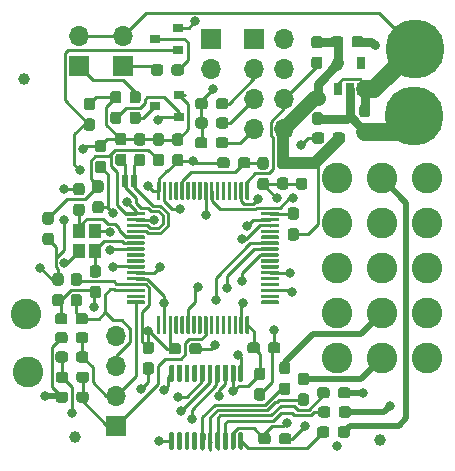
<source format=gtl>
%TF.GenerationSoftware,KiCad,Pcbnew,(5.1.6-0-10_14)*%
%TF.CreationDate,2022-07-07T23:15:08-05:00*%
%TF.ProjectId,small_led_driver_v2,736d616c-6c5f-46c6-9564-5f6472697665,rev?*%
%TF.SameCoordinates,Original*%
%TF.FileFunction,Copper,L1,Top*%
%TF.FilePolarity,Positive*%
%FSLAX46Y46*%
G04 Gerber Fmt 4.6, Leading zero omitted, Abs format (unit mm)*
G04 Created by KiCad (PCBNEW (5.1.6-0-10_14)) date 2022-07-07 23:15:08*
%MOMM*%
%LPD*%
G01*
G04 APERTURE LIST*
%TA.AperFunction,ComponentPad*%
%ADD10C,2.600000*%
%TD*%
%TA.AperFunction,ComponentPad*%
%ADD11O,1.700000X1.700000*%
%TD*%
%TA.AperFunction,ComponentPad*%
%ADD12R,1.700000X1.700000*%
%TD*%
%TA.AperFunction,ComponentPad*%
%ADD13C,5.000000*%
%TD*%
%TA.AperFunction,SMDPad,CuDef*%
%ADD14R,0.900000X0.800000*%
%TD*%
%TA.AperFunction,SMDPad,CuDef*%
%ADD15R,0.650000X1.060000*%
%TD*%
%TA.AperFunction,SMDPad,CuDef*%
%ADD16R,0.575000X1.140000*%
%TD*%
%TA.AperFunction,SMDPad,CuDef*%
%ADD17R,1.000000X1.200000*%
%TD*%
%TA.AperFunction,SMDPad,CuDef*%
%ADD18C,1.000000*%
%TD*%
%TA.AperFunction,ViaPad*%
%ADD19C,0.800000*%
%TD*%
%TA.AperFunction,Conductor*%
%ADD20C,0.250000*%
%TD*%
%TA.AperFunction,Conductor*%
%ADD21C,0.750000*%
%TD*%
%TA.AperFunction,Conductor*%
%ADD22C,1.500000*%
%TD*%
%TA.AperFunction,Conductor*%
%ADD23C,0.500000*%
%TD*%
%TA.AperFunction,Conductor*%
%ADD24C,1.000000*%
%TD*%
%TA.AperFunction,Conductor*%
%ADD25C,1.250000*%
%TD*%
G04 APERTURE END LIST*
D10*
%TO.P,J13,1*%
%TO.N,/TIM1_CH1_SHIFT*%
X119806900Y-99585200D03*
%TD*%
%TO.P,J17,1*%
%TO.N,/TIM1_CH2_SHIFT*%
X119806900Y-107205200D03*
%TD*%
%TO.P,J19,1*%
%TO.N,/TIM1_CH3_SHIFT*%
X119806900Y-103395200D03*
%TD*%
%TO.P,J22,1*%
%TO.N,/TIM15_CH1_SHIFT*%
X119806900Y-95775200D03*
%TD*%
%TO.P,J23,1*%
%TO.N,/TIM16_CH1_SHIFT*%
X119806900Y-91965200D03*
%TD*%
%TO.P,C1,2*%
%TO.N,GND1*%
%TA.AperFunction,SMDPad,CuDef*%
G36*
G01*
X95292500Y-101075000D02*
X95767500Y-101075000D01*
G75*
G02*
X96005000Y-101312500I0J-237500D01*
G01*
X96005000Y-101887500D01*
G75*
G02*
X95767500Y-102125000I-237500J0D01*
G01*
X95292500Y-102125000D01*
G75*
G02*
X95055000Y-101887500I0J237500D01*
G01*
X95055000Y-101312500D01*
G75*
G02*
X95292500Y-101075000I237500J0D01*
G01*
G37*
%TD.AperFunction*%
%TO.P,C1,1*%
%TO.N,/OSC48_LO*%
%TA.AperFunction,SMDPad,CuDef*%
G36*
G01*
X95292500Y-99325000D02*
X95767500Y-99325000D01*
G75*
G02*
X96005000Y-99562500I0J-237500D01*
G01*
X96005000Y-100137500D01*
G75*
G02*
X95767500Y-100375000I-237500J0D01*
G01*
X95292500Y-100375000D01*
G75*
G02*
X95055000Y-100137500I0J237500D01*
G01*
X95055000Y-99562500D01*
G75*
G02*
X95292500Y-99325000I237500J0D01*
G01*
G37*
%TD.AperFunction*%
%TD*%
%TO.P,C2,1*%
%TO.N,/OSC48_HI*%
%TA.AperFunction,SMDPad,CuDef*%
G36*
G01*
X94377500Y-95150000D02*
X93902500Y-95150000D01*
G75*
G02*
X93665000Y-94912500I0J237500D01*
G01*
X93665000Y-94337500D01*
G75*
G02*
X93902500Y-94100000I237500J0D01*
G01*
X94377500Y-94100000D01*
G75*
G02*
X94615000Y-94337500I0J-237500D01*
G01*
X94615000Y-94912500D01*
G75*
G02*
X94377500Y-95150000I-237500J0D01*
G01*
G37*
%TD.AperFunction*%
%TO.P,C2,2*%
%TO.N,GND1*%
%TA.AperFunction,SMDPad,CuDef*%
G36*
G01*
X94377500Y-93400000D02*
X93902500Y-93400000D01*
G75*
G02*
X93665000Y-93162500I0J237500D01*
G01*
X93665000Y-92587500D01*
G75*
G02*
X93902500Y-92350000I237500J0D01*
G01*
X94377500Y-92350000D01*
G75*
G02*
X94615000Y-92587500I0J-237500D01*
G01*
X94615000Y-93162500D01*
G75*
G02*
X94377500Y-93400000I-237500J0D01*
G01*
G37*
%TD.AperFunction*%
%TD*%
%TO.P,C3,1*%
%TO.N,Net-(C3-Pad1)*%
%TA.AperFunction,SMDPad,CuDef*%
G36*
G01*
X97927500Y-90935000D02*
X97452500Y-90935000D01*
G75*
G02*
X97215000Y-90697500I0J237500D01*
G01*
X97215000Y-90122500D01*
G75*
G02*
X97452500Y-89885000I237500J0D01*
G01*
X97927500Y-89885000D01*
G75*
G02*
X98165000Y-90122500I0J-237500D01*
G01*
X98165000Y-90697500D01*
G75*
G02*
X97927500Y-90935000I-237500J0D01*
G01*
G37*
%TD.AperFunction*%
%TO.P,C3,2*%
%TO.N,GND1*%
%TA.AperFunction,SMDPad,CuDef*%
G36*
G01*
X97927500Y-89185000D02*
X97452500Y-89185000D01*
G75*
G02*
X97215000Y-88947500I0J237500D01*
G01*
X97215000Y-88372500D01*
G75*
G02*
X97452500Y-88135000I237500J0D01*
G01*
X97927500Y-88135000D01*
G75*
G02*
X98165000Y-88372500I0J-237500D01*
G01*
X98165000Y-88947500D01*
G75*
G02*
X97927500Y-89185000I-237500J0D01*
G01*
G37*
%TD.AperFunction*%
%TD*%
%TO.P,C4,2*%
%TO.N,GND1*%
%TA.AperFunction,SMDPad,CuDef*%
G36*
G01*
X99517500Y-89195000D02*
X99042500Y-89195000D01*
G75*
G02*
X98805000Y-88957500I0J237500D01*
G01*
X98805000Y-88382500D01*
G75*
G02*
X99042500Y-88145000I237500J0D01*
G01*
X99517500Y-88145000D01*
G75*
G02*
X99755000Y-88382500I0J-237500D01*
G01*
X99755000Y-88957500D01*
G75*
G02*
X99517500Y-89195000I-237500J0D01*
G01*
G37*
%TD.AperFunction*%
%TO.P,C4,1*%
%TO.N,Net-(C4-Pad1)*%
%TA.AperFunction,SMDPad,CuDef*%
G36*
G01*
X99517500Y-90945000D02*
X99042500Y-90945000D01*
G75*
G02*
X98805000Y-90707500I0J237500D01*
G01*
X98805000Y-90132500D01*
G75*
G02*
X99042500Y-89895000I237500J0D01*
G01*
X99517500Y-89895000D01*
G75*
G02*
X99755000Y-90132500I0J-237500D01*
G01*
X99755000Y-90707500D01*
G75*
G02*
X99517500Y-90945000I-237500J0D01*
G01*
G37*
%TD.AperFunction*%
%TD*%
%TO.P,C5,1*%
%TO.N,+3V3*%
%TA.AperFunction,SMDPad,CuDef*%
G36*
G01*
X109212500Y-107990000D02*
X109687500Y-107990000D01*
G75*
G02*
X109925000Y-108227500I0J-237500D01*
G01*
X109925000Y-108802500D01*
G75*
G02*
X109687500Y-109040000I-237500J0D01*
G01*
X109212500Y-109040000D01*
G75*
G02*
X108975000Y-108802500I0J237500D01*
G01*
X108975000Y-108227500D01*
G75*
G02*
X109212500Y-107990000I237500J0D01*
G01*
G37*
%TD.AperFunction*%
%TO.P,C5,2*%
%TO.N,GND1*%
%TA.AperFunction,SMDPad,CuDef*%
G36*
G01*
X109212500Y-109740000D02*
X109687500Y-109740000D01*
G75*
G02*
X109925000Y-109977500I0J-237500D01*
G01*
X109925000Y-110552500D01*
G75*
G02*
X109687500Y-110790000I-237500J0D01*
G01*
X109212500Y-110790000D01*
G75*
G02*
X108975000Y-110552500I0J237500D01*
G01*
X108975000Y-109977500D01*
G75*
G02*
X109212500Y-109740000I237500J0D01*
G01*
G37*
%TD.AperFunction*%
%TD*%
%TO.P,C6,1*%
%TO.N,/NRST*%
%TA.AperFunction,SMDPad,CuDef*%
G36*
G01*
X96193620Y-91529360D02*
X95718620Y-91529360D01*
G75*
G02*
X95481120Y-91291860I0J237500D01*
G01*
X95481120Y-90716860D01*
G75*
G02*
X95718620Y-90479360I237500J0D01*
G01*
X96193620Y-90479360D01*
G75*
G02*
X96431120Y-90716860I0J-237500D01*
G01*
X96431120Y-91291860D01*
G75*
G02*
X96193620Y-91529360I-237500J0D01*
G01*
G37*
%TD.AperFunction*%
%TO.P,C6,2*%
%TO.N,GND1*%
%TA.AperFunction,SMDPad,CuDef*%
G36*
G01*
X96193620Y-89779360D02*
X95718620Y-89779360D01*
G75*
G02*
X95481120Y-89541860I0J237500D01*
G01*
X95481120Y-88966860D01*
G75*
G02*
X95718620Y-88729360I237500J0D01*
G01*
X96193620Y-88729360D01*
G75*
G02*
X96431120Y-88966860I0J-237500D01*
G01*
X96431120Y-89541860D01*
G75*
G02*
X96193620Y-89779360I-237500J0D01*
G01*
G37*
%TD.AperFunction*%
%TD*%
%TO.P,C7,2*%
%TO.N,GND1*%
%TA.AperFunction,SMDPad,CuDef*%
G36*
G01*
X111072380Y-114260640D02*
X111072380Y-113785640D01*
G75*
G02*
X111309880Y-113548140I237500J0D01*
G01*
X111884880Y-113548140D01*
G75*
G02*
X112122380Y-113785640I0J-237500D01*
G01*
X112122380Y-114260640D01*
G75*
G02*
X111884880Y-114498140I-237500J0D01*
G01*
X111309880Y-114498140D01*
G75*
G02*
X111072380Y-114260640I0J237500D01*
G01*
G37*
%TD.AperFunction*%
%TO.P,C7,1*%
%TO.N,+5V*%
%TA.AperFunction,SMDPad,CuDef*%
G36*
G01*
X109322380Y-114260640D02*
X109322380Y-113785640D01*
G75*
G02*
X109559880Y-113548140I237500J0D01*
G01*
X110134880Y-113548140D01*
G75*
G02*
X110372380Y-113785640I0J-237500D01*
G01*
X110372380Y-114260640D01*
G75*
G02*
X110134880Y-114498140I-237500J0D01*
G01*
X109559880Y-114498140D01*
G75*
G02*
X109322380Y-114260640I0J237500D01*
G01*
G37*
%TD.AperFunction*%
%TD*%
%TO.P,C8,1*%
%TO.N,+3V3*%
%TA.AperFunction,SMDPad,CuDef*%
G36*
G01*
X101117500Y-90955000D02*
X100642500Y-90955000D01*
G75*
G02*
X100405000Y-90717500I0J237500D01*
G01*
X100405000Y-90142500D01*
G75*
G02*
X100642500Y-89905000I237500J0D01*
G01*
X101117500Y-89905000D01*
G75*
G02*
X101355000Y-90142500I0J-237500D01*
G01*
X101355000Y-90717500D01*
G75*
G02*
X101117500Y-90955000I-237500J0D01*
G01*
G37*
%TD.AperFunction*%
%TO.P,C8,2*%
%TO.N,GND1*%
%TA.AperFunction,SMDPad,CuDef*%
G36*
G01*
X101117500Y-89205000D02*
X100642500Y-89205000D01*
G75*
G02*
X100405000Y-88967500I0J237500D01*
G01*
X100405000Y-88392500D01*
G75*
G02*
X100642500Y-88155000I237500J0D01*
G01*
X101117500Y-88155000D01*
G75*
G02*
X101355000Y-88392500I0J-237500D01*
G01*
X101355000Y-88967500D01*
G75*
G02*
X101117500Y-89205000I-237500J0D01*
G01*
G37*
%TD.AperFunction*%
%TD*%
%TO.P,C9,2*%
%TO.N,GND1*%
%TA.AperFunction,SMDPad,CuDef*%
G36*
G01*
X103475000Y-106637500D02*
X103475000Y-106162500D01*
G75*
G02*
X103712500Y-105925000I237500J0D01*
G01*
X104287500Y-105925000D01*
G75*
G02*
X104525000Y-106162500I0J-237500D01*
G01*
X104525000Y-106637500D01*
G75*
G02*
X104287500Y-106875000I-237500J0D01*
G01*
X103712500Y-106875000D01*
G75*
G02*
X103475000Y-106637500I0J237500D01*
G01*
G37*
%TD.AperFunction*%
%TO.P,C9,1*%
%TO.N,+3V3*%
%TA.AperFunction,SMDPad,CuDef*%
G36*
G01*
X101725000Y-106637500D02*
X101725000Y-106162500D01*
G75*
G02*
X101962500Y-105925000I237500J0D01*
G01*
X102537500Y-105925000D01*
G75*
G02*
X102775000Y-106162500I0J-237500D01*
G01*
X102775000Y-106637500D01*
G75*
G02*
X102537500Y-106875000I-237500J0D01*
G01*
X101962500Y-106875000D01*
G75*
G02*
X101725000Y-106637500I0J237500D01*
G01*
G37*
%TD.AperFunction*%
%TD*%
%TO.P,C10,1*%
%TO.N,+3V3*%
%TA.AperFunction,SMDPad,CuDef*%
G36*
G01*
X108405000Y-106557500D02*
X108405000Y-106082500D01*
G75*
G02*
X108642500Y-105845000I237500J0D01*
G01*
X109217500Y-105845000D01*
G75*
G02*
X109455000Y-106082500I0J-237500D01*
G01*
X109455000Y-106557500D01*
G75*
G02*
X109217500Y-106795000I-237500J0D01*
G01*
X108642500Y-106795000D01*
G75*
G02*
X108405000Y-106557500I0J237500D01*
G01*
G37*
%TD.AperFunction*%
%TO.P,C10,2*%
%TO.N,GND1*%
%TA.AperFunction,SMDPad,CuDef*%
G36*
G01*
X110155000Y-106557500D02*
X110155000Y-106082500D01*
G75*
G02*
X110392500Y-105845000I237500J0D01*
G01*
X110967500Y-105845000D01*
G75*
G02*
X111205000Y-106082500I0J-237500D01*
G01*
X111205000Y-106557500D01*
G75*
G02*
X110967500Y-106795000I-237500J0D01*
G01*
X110392500Y-106795000D01*
G75*
G02*
X110155000Y-106557500I0J237500D01*
G01*
G37*
%TD.AperFunction*%
%TD*%
%TO.P,C11,2*%
%TO.N,GND1*%
%TA.AperFunction,SMDPad,CuDef*%
G36*
G01*
X99772500Y-107535000D02*
X100247500Y-107535000D01*
G75*
G02*
X100485000Y-107772500I0J-237500D01*
G01*
X100485000Y-108347500D01*
G75*
G02*
X100247500Y-108585000I-237500J0D01*
G01*
X99772500Y-108585000D01*
G75*
G02*
X99535000Y-108347500I0J237500D01*
G01*
X99535000Y-107772500D01*
G75*
G02*
X99772500Y-107535000I237500J0D01*
G01*
G37*
%TD.AperFunction*%
%TO.P,C11,1*%
%TO.N,+3V3*%
%TA.AperFunction,SMDPad,CuDef*%
G36*
G01*
X99772500Y-105785000D02*
X100247500Y-105785000D01*
G75*
G02*
X100485000Y-106022500I0J-237500D01*
G01*
X100485000Y-106597500D01*
G75*
G02*
X100247500Y-106835000I-237500J0D01*
G01*
X99772500Y-106835000D01*
G75*
G02*
X99535000Y-106597500I0J237500D01*
G01*
X99535000Y-106022500D01*
G75*
G02*
X99772500Y-105785000I237500J0D01*
G01*
G37*
%TD.AperFunction*%
%TD*%
%TO.P,C12,1*%
%TO.N,+3V3*%
%TA.AperFunction,SMDPad,CuDef*%
G36*
G01*
X102747500Y-90960000D02*
X102272500Y-90960000D01*
G75*
G02*
X102035000Y-90722500I0J237500D01*
G01*
X102035000Y-90147500D01*
G75*
G02*
X102272500Y-89910000I237500J0D01*
G01*
X102747500Y-89910000D01*
G75*
G02*
X102985000Y-90147500I0J-237500D01*
G01*
X102985000Y-90722500D01*
G75*
G02*
X102747500Y-90960000I-237500J0D01*
G01*
G37*
%TD.AperFunction*%
%TO.P,C12,2*%
%TO.N,GND1*%
%TA.AperFunction,SMDPad,CuDef*%
G36*
G01*
X102747500Y-89210000D02*
X102272500Y-89210000D01*
G75*
G02*
X102035000Y-88972500I0J237500D01*
G01*
X102035000Y-88397500D01*
G75*
G02*
X102272500Y-88160000I237500J0D01*
G01*
X102747500Y-88160000D01*
G75*
G02*
X102985000Y-88397500I0J-237500D01*
G01*
X102985000Y-88972500D01*
G75*
G02*
X102747500Y-89210000I-237500J0D01*
G01*
G37*
%TD.AperFunction*%
%TD*%
%TO.P,C13,2*%
%TO.N,GND1*%
%TA.AperFunction,SMDPad,CuDef*%
G36*
G01*
X117220000Y-80637500D02*
X117220000Y-80162500D01*
G75*
G02*
X117457500Y-79925000I237500J0D01*
G01*
X118032500Y-79925000D01*
G75*
G02*
X118270000Y-80162500I0J-237500D01*
G01*
X118270000Y-80637500D01*
G75*
G02*
X118032500Y-80875000I-237500J0D01*
G01*
X117457500Y-80875000D01*
G75*
G02*
X117220000Y-80637500I0J237500D01*
G01*
G37*
%TD.AperFunction*%
%TO.P,C13,1*%
%TO.N,+3V3*%
%TA.AperFunction,SMDPad,CuDef*%
G36*
G01*
X115470000Y-80637500D02*
X115470000Y-80162500D01*
G75*
G02*
X115707500Y-79925000I237500J0D01*
G01*
X116282500Y-79925000D01*
G75*
G02*
X116520000Y-80162500I0J-237500D01*
G01*
X116520000Y-80637500D01*
G75*
G02*
X116282500Y-80875000I-237500J0D01*
G01*
X115707500Y-80875000D01*
G75*
G02*
X115470000Y-80637500I0J237500D01*
G01*
G37*
%TD.AperFunction*%
%TD*%
%TO.P,C14,2*%
%TO.N,GND1*%
%TA.AperFunction,SMDPad,CuDef*%
G36*
G01*
X118112500Y-87495000D02*
X118587500Y-87495000D01*
G75*
G02*
X118825000Y-87732500I0J-237500D01*
G01*
X118825000Y-88307500D01*
G75*
G02*
X118587500Y-88545000I-237500J0D01*
G01*
X118112500Y-88545000D01*
G75*
G02*
X117875000Y-88307500I0J237500D01*
G01*
X117875000Y-87732500D01*
G75*
G02*
X118112500Y-87495000I237500J0D01*
G01*
G37*
%TD.AperFunction*%
%TO.P,C14,1*%
%TO.N,+5V*%
%TA.AperFunction,SMDPad,CuDef*%
G36*
G01*
X118112500Y-85745000D02*
X118587500Y-85745000D01*
G75*
G02*
X118825000Y-85982500I0J-237500D01*
G01*
X118825000Y-86557500D01*
G75*
G02*
X118587500Y-86795000I-237500J0D01*
G01*
X118112500Y-86795000D01*
G75*
G02*
X117875000Y-86557500I0J237500D01*
G01*
X117875000Y-85982500D01*
G75*
G02*
X118112500Y-85745000I237500J0D01*
G01*
G37*
%TD.AperFunction*%
%TD*%
%TO.P,C15,1*%
%TO.N,+3V3*%
%TA.AperFunction,SMDPad,CuDef*%
G36*
G01*
X112755500Y-90149000D02*
X113230500Y-90149000D01*
G75*
G02*
X113468000Y-90386500I0J-237500D01*
G01*
X113468000Y-90961500D01*
G75*
G02*
X113230500Y-91199000I-237500J0D01*
G01*
X112755500Y-91199000D01*
G75*
G02*
X112518000Y-90961500I0J237500D01*
G01*
X112518000Y-90386500D01*
G75*
G02*
X112755500Y-90149000I237500J0D01*
G01*
G37*
%TD.AperFunction*%
%TO.P,C15,2*%
%TO.N,GND1*%
%TA.AperFunction,SMDPad,CuDef*%
G36*
G01*
X112755500Y-91899000D02*
X113230500Y-91899000D01*
G75*
G02*
X113468000Y-92136500I0J-237500D01*
G01*
X113468000Y-92711500D01*
G75*
G02*
X113230500Y-92949000I-237500J0D01*
G01*
X112755500Y-92949000D01*
G75*
G02*
X112518000Y-92711500I0J237500D01*
G01*
X112518000Y-92136500D01*
G75*
G02*
X112755500Y-91899000I237500J0D01*
G01*
G37*
%TD.AperFunction*%
%TD*%
%TO.P,C16,2*%
%TO.N,GND1*%
%TA.AperFunction,SMDPad,CuDef*%
G36*
G01*
X111167500Y-91880000D02*
X111642500Y-91880000D01*
G75*
G02*
X111880000Y-92117500I0J-237500D01*
G01*
X111880000Y-92692500D01*
G75*
G02*
X111642500Y-92930000I-237500J0D01*
G01*
X111167500Y-92930000D01*
G75*
G02*
X110930000Y-92692500I0J237500D01*
G01*
X110930000Y-92117500D01*
G75*
G02*
X111167500Y-91880000I237500J0D01*
G01*
G37*
%TD.AperFunction*%
%TO.P,C16,1*%
%TO.N,+3V3*%
%TA.AperFunction,SMDPad,CuDef*%
G36*
G01*
X111167500Y-90130000D02*
X111642500Y-90130000D01*
G75*
G02*
X111880000Y-90367500I0J-237500D01*
G01*
X111880000Y-90942500D01*
G75*
G02*
X111642500Y-91180000I-237500J0D01*
G01*
X111167500Y-91180000D01*
G75*
G02*
X110930000Y-90942500I0J237500D01*
G01*
X110930000Y-90367500D01*
G75*
G02*
X111167500Y-90130000I237500J0D01*
G01*
G37*
%TD.AperFunction*%
%TD*%
%TO.P,C17,1*%
%TO.N,+3V3*%
%TA.AperFunction,SMDPad,CuDef*%
G36*
G01*
X114102500Y-84630000D02*
X114577500Y-84630000D01*
G75*
G02*
X114815000Y-84867500I0J-237500D01*
G01*
X114815000Y-85442500D01*
G75*
G02*
X114577500Y-85680000I-237500J0D01*
G01*
X114102500Y-85680000D01*
G75*
G02*
X113865000Y-85442500I0J237500D01*
G01*
X113865000Y-84867500D01*
G75*
G02*
X114102500Y-84630000I237500J0D01*
G01*
G37*
%TD.AperFunction*%
%TO.P,C17,2*%
%TO.N,GND1*%
%TA.AperFunction,SMDPad,CuDef*%
G36*
G01*
X114102500Y-86380000D02*
X114577500Y-86380000D01*
G75*
G02*
X114815000Y-86617500I0J-237500D01*
G01*
X114815000Y-87192500D01*
G75*
G02*
X114577500Y-87430000I-237500J0D01*
G01*
X114102500Y-87430000D01*
G75*
G02*
X113865000Y-87192500I0J237500D01*
G01*
X113865000Y-86617500D01*
G75*
G02*
X114102500Y-86380000I237500J0D01*
G01*
G37*
%TD.AperFunction*%
%TD*%
D11*
%TO.P,J3,4*%
%TO.N,/WKUP2*%
X97309280Y-105287704D03*
%TO.P,J3,3*%
%TO.N,/WKUP1*%
X97309280Y-107827704D03*
%TO.P,J3,2*%
%TO.N,/WKUP4*%
X97309280Y-110367704D03*
D12*
%TO.P,J3,1*%
%TO.N,/WKUP3*%
X97309280Y-112907704D03*
%TD*%
D13*
%TO.P,J20,1*%
%TO.N,+5V*%
X122555000Y-80987900D03*
%TD*%
%TO.P,J21,1*%
%TO.N,GND1*%
X122491500Y-86702900D03*
%TD*%
D14*
%TO.P,Q1,3*%
%TO.N,Net-(Q1-Pad3)*%
X100563740Y-80155660D03*
%TO.P,Q1,2*%
%TO.N,GND1*%
X102563740Y-79205660D03*
%TO.P,Q1,1*%
%TO.N,/LED_OUT_1*%
X102563740Y-81105660D03*
%TD*%
%TO.P,Q2,1*%
%TO.N,/LED_OUT_2*%
X102608340Y-86774160D03*
%TO.P,Q2,2*%
%TO.N,GND1*%
X102608340Y-84874160D03*
%TO.P,Q2,3*%
%TO.N,Net-(Q2-Pad3)*%
X100608340Y-85824160D03*
%TD*%
%TO.P,R1,2*%
%TO.N,/BOOT0*%
%TA.AperFunction,SMDPad,CuDef*%
G36*
G01*
X107600000Y-90897500D02*
X107600000Y-90422500D01*
G75*
G02*
X107837500Y-90185000I237500J0D01*
G01*
X108412500Y-90185000D01*
G75*
G02*
X108650000Y-90422500I0J-237500D01*
G01*
X108650000Y-90897500D01*
G75*
G02*
X108412500Y-91135000I-237500J0D01*
G01*
X107837500Y-91135000D01*
G75*
G02*
X107600000Y-90897500I0J237500D01*
G01*
G37*
%TD.AperFunction*%
%TO.P,R1,1*%
%TO.N,+3V3*%
%TA.AperFunction,SMDPad,CuDef*%
G36*
G01*
X105850000Y-90897500D02*
X105850000Y-90422500D01*
G75*
G02*
X106087500Y-90185000I237500J0D01*
G01*
X106662500Y-90185000D01*
G75*
G02*
X106900000Y-90422500I0J-237500D01*
G01*
X106900000Y-90897500D01*
G75*
G02*
X106662500Y-91135000I-237500J0D01*
G01*
X106087500Y-91135000D01*
G75*
G02*
X105850000Y-90897500I0J237500D01*
G01*
G37*
%TD.AperFunction*%
%TD*%
%TO.P,R2,1*%
%TO.N,/BOOT0*%
%TA.AperFunction,SMDPad,CuDef*%
G36*
G01*
X109492500Y-90175000D02*
X109967500Y-90175000D01*
G75*
G02*
X110205000Y-90412500I0J-237500D01*
G01*
X110205000Y-90987500D01*
G75*
G02*
X109967500Y-91225000I-237500J0D01*
G01*
X109492500Y-91225000D01*
G75*
G02*
X109255000Y-90987500I0J237500D01*
G01*
X109255000Y-90412500D01*
G75*
G02*
X109492500Y-90175000I237500J0D01*
G01*
G37*
%TD.AperFunction*%
%TO.P,R2,2*%
%TO.N,GND1*%
%TA.AperFunction,SMDPad,CuDef*%
G36*
G01*
X109492500Y-91925000D02*
X109967500Y-91925000D01*
G75*
G02*
X110205000Y-92162500I0J-237500D01*
G01*
X110205000Y-92737500D01*
G75*
G02*
X109967500Y-92975000I-237500J0D01*
G01*
X109492500Y-92975000D01*
G75*
G02*
X109255000Y-92737500I0J237500D01*
G01*
X109255000Y-92162500D01*
G75*
G02*
X109492500Y-91925000I237500J0D01*
G01*
G37*
%TD.AperFunction*%
%TD*%
%TO.P,R3,1*%
%TO.N,+3V3*%
%TA.AperFunction,SMDPad,CuDef*%
G36*
G01*
X95517960Y-92134260D02*
X95992960Y-92134260D01*
G75*
G02*
X96230460Y-92371760I0J-237500D01*
G01*
X96230460Y-92946760D01*
G75*
G02*
X95992960Y-93184260I-237500J0D01*
G01*
X95517960Y-93184260D01*
G75*
G02*
X95280460Y-92946760I0J237500D01*
G01*
X95280460Y-92371760D01*
G75*
G02*
X95517960Y-92134260I237500J0D01*
G01*
G37*
%TD.AperFunction*%
%TO.P,R3,2*%
%TO.N,/NRST*%
%TA.AperFunction,SMDPad,CuDef*%
G36*
G01*
X95517960Y-93884260D02*
X95992960Y-93884260D01*
G75*
G02*
X96230460Y-94121760I0J-237500D01*
G01*
X96230460Y-94696760D01*
G75*
G02*
X95992960Y-94934260I-237500J0D01*
G01*
X95517960Y-94934260D01*
G75*
G02*
X95280460Y-94696760I0J237500D01*
G01*
X95280460Y-94121760D01*
G75*
G02*
X95517960Y-93884260I237500J0D01*
G01*
G37*
%TD.AperFunction*%
%TD*%
%TO.P,R4,2*%
%TO.N,Net-(R4-Pad2)*%
%TA.AperFunction,SMDPad,CuDef*%
G36*
G01*
X112520500Y-95485000D02*
X112045500Y-95485000D01*
G75*
G02*
X111808000Y-95247500I0J237500D01*
G01*
X111808000Y-94672500D01*
G75*
G02*
X112045500Y-94435000I237500J0D01*
G01*
X112520500Y-94435000D01*
G75*
G02*
X112758000Y-94672500I0J-237500D01*
G01*
X112758000Y-95247500D01*
G75*
G02*
X112520500Y-95485000I-237500J0D01*
G01*
G37*
%TD.AperFunction*%
%TO.P,R4,1*%
%TO.N,+3V3*%
%TA.AperFunction,SMDPad,CuDef*%
G36*
G01*
X112520500Y-97235000D02*
X112045500Y-97235000D01*
G75*
G02*
X111808000Y-96997500I0J237500D01*
G01*
X111808000Y-96422500D01*
G75*
G02*
X112045500Y-96185000I237500J0D01*
G01*
X112520500Y-96185000D01*
G75*
G02*
X112758000Y-96422500I0J-237500D01*
G01*
X112758000Y-96997500D01*
G75*
G02*
X112520500Y-97235000I-237500J0D01*
G01*
G37*
%TD.AperFunction*%
%TD*%
%TO.P,R5,2*%
%TO.N,/SWDIO*%
%TA.AperFunction,SMDPad,CuDef*%
G36*
G01*
X105722900Y-89200140D02*
X105722900Y-88725140D01*
G75*
G02*
X105960400Y-88487640I237500J0D01*
G01*
X106535400Y-88487640D01*
G75*
G02*
X106772900Y-88725140I0J-237500D01*
G01*
X106772900Y-89200140D01*
G75*
G02*
X106535400Y-89437640I-237500J0D01*
G01*
X105960400Y-89437640D01*
G75*
G02*
X105722900Y-89200140I0J237500D01*
G01*
G37*
%TD.AperFunction*%
%TO.P,R5,1*%
%TO.N,+3V3*%
%TA.AperFunction,SMDPad,CuDef*%
G36*
G01*
X103972900Y-89200140D02*
X103972900Y-88725140D01*
G75*
G02*
X104210400Y-88487640I237500J0D01*
G01*
X104785400Y-88487640D01*
G75*
G02*
X105022900Y-88725140I0J-237500D01*
G01*
X105022900Y-89200140D01*
G75*
G02*
X104785400Y-89437640I-237500J0D01*
G01*
X104210400Y-89437640D01*
G75*
G02*
X103972900Y-89200140I0J237500D01*
G01*
G37*
%TD.AperFunction*%
%TD*%
%TO.P,R6,2*%
%TO.N,/WKUP2*%
%TA.AperFunction,SMDPad,CuDef*%
G36*
G01*
X91291400Y-96577900D02*
X91766400Y-96577900D01*
G75*
G02*
X92003900Y-96815400I0J-237500D01*
G01*
X92003900Y-97390400D01*
G75*
G02*
X91766400Y-97627900I-237500J0D01*
G01*
X91291400Y-97627900D01*
G75*
G02*
X91053900Y-97390400I0J237500D01*
G01*
X91053900Y-96815400D01*
G75*
G02*
X91291400Y-96577900I237500J0D01*
G01*
G37*
%TD.AperFunction*%
%TO.P,R6,1*%
%TO.N,+3V3*%
%TA.AperFunction,SMDPad,CuDef*%
G36*
G01*
X91291400Y-94827900D02*
X91766400Y-94827900D01*
G75*
G02*
X92003900Y-95065400I0J-237500D01*
G01*
X92003900Y-95640400D01*
G75*
G02*
X91766400Y-95877900I-237500J0D01*
G01*
X91291400Y-95877900D01*
G75*
G02*
X91053900Y-95640400I0J237500D01*
G01*
X91053900Y-95065400D01*
G75*
G02*
X91291400Y-94827900I237500J0D01*
G01*
G37*
%TD.AperFunction*%
%TD*%
%TO.P,R7,1*%
%TO.N,/WKUP2*%
%TA.AperFunction,SMDPad,CuDef*%
G36*
G01*
X92129600Y-99998100D02*
X92604600Y-99998100D01*
G75*
G02*
X92842100Y-100235600I0J-237500D01*
G01*
X92842100Y-100810600D01*
G75*
G02*
X92604600Y-101048100I-237500J0D01*
G01*
X92129600Y-101048100D01*
G75*
G02*
X91892100Y-100810600I0J237500D01*
G01*
X91892100Y-100235600D01*
G75*
G02*
X92129600Y-99998100I237500J0D01*
G01*
G37*
%TD.AperFunction*%
%TO.P,R7,2*%
%TO.N,GND1*%
%TA.AperFunction,SMDPad,CuDef*%
G36*
G01*
X92129600Y-101748100D02*
X92604600Y-101748100D01*
G75*
G02*
X92842100Y-101985600I0J-237500D01*
G01*
X92842100Y-102560600D01*
G75*
G02*
X92604600Y-102798100I-237500J0D01*
G01*
X92129600Y-102798100D01*
G75*
G02*
X91892100Y-102560600I0J237500D01*
G01*
X91892100Y-101985600D01*
G75*
G02*
X92129600Y-101748100I237500J0D01*
G01*
G37*
%TD.AperFunction*%
%TD*%
%TO.P,R10,2*%
%TO.N,/JTDO*%
%TA.AperFunction,SMDPad,CuDef*%
G36*
G01*
X114915000Y-88322500D02*
X114915000Y-88797500D01*
G75*
G02*
X114677500Y-89035000I-237500J0D01*
G01*
X114102500Y-89035000D01*
G75*
G02*
X113865000Y-88797500I0J237500D01*
G01*
X113865000Y-88322500D01*
G75*
G02*
X114102500Y-88085000I237500J0D01*
G01*
X114677500Y-88085000D01*
G75*
G02*
X114915000Y-88322500I0J-237500D01*
G01*
G37*
%TD.AperFunction*%
%TO.P,R10,1*%
%TO.N,+3V3*%
%TA.AperFunction,SMDPad,CuDef*%
G36*
G01*
X116665000Y-88322500D02*
X116665000Y-88797500D01*
G75*
G02*
X116427500Y-89035000I-237500J0D01*
G01*
X115852500Y-89035000D01*
G75*
G02*
X115615000Y-88797500I0J237500D01*
G01*
X115615000Y-88322500D01*
G75*
G02*
X115852500Y-88085000I237500J0D01*
G01*
X116427500Y-88085000D01*
G75*
G02*
X116665000Y-88322500I0J-237500D01*
G01*
G37*
%TD.AperFunction*%
%TD*%
%TO.P,R11,2*%
%TO.N,/WKUP1*%
%TA.AperFunction,SMDPad,CuDef*%
G36*
G01*
X93679000Y-101759500D02*
X94154000Y-101759500D01*
G75*
G02*
X94391500Y-101997000I0J-237500D01*
G01*
X94391500Y-102572000D01*
G75*
G02*
X94154000Y-102809500I-237500J0D01*
G01*
X93679000Y-102809500D01*
G75*
G02*
X93441500Y-102572000I0J237500D01*
G01*
X93441500Y-101997000D01*
G75*
G02*
X93679000Y-101759500I237500J0D01*
G01*
G37*
%TD.AperFunction*%
%TO.P,R11,1*%
%TO.N,+3V3*%
%TA.AperFunction,SMDPad,CuDef*%
G36*
G01*
X93679000Y-100009500D02*
X94154000Y-100009500D01*
G75*
G02*
X94391500Y-100247000I0J-237500D01*
G01*
X94391500Y-100822000D01*
G75*
G02*
X94154000Y-101059500I-237500J0D01*
G01*
X93679000Y-101059500D01*
G75*
G02*
X93441500Y-100822000I0J237500D01*
G01*
X93441500Y-100247000D01*
G75*
G02*
X93679000Y-100009500I237500J0D01*
G01*
G37*
%TD.AperFunction*%
%TD*%
%TO.P,R12,1*%
%TO.N,/WKUP1*%
%TA.AperFunction,SMDPad,CuDef*%
G36*
G01*
X94911400Y-103623100D02*
X94911400Y-104098100D01*
G75*
G02*
X94673900Y-104335600I-237500J0D01*
G01*
X94098900Y-104335600D01*
G75*
G02*
X93861400Y-104098100I0J237500D01*
G01*
X93861400Y-103623100D01*
G75*
G02*
X94098900Y-103385600I237500J0D01*
G01*
X94673900Y-103385600D01*
G75*
G02*
X94911400Y-103623100I0J-237500D01*
G01*
G37*
%TD.AperFunction*%
%TO.P,R12,2*%
%TO.N,GND1*%
%TA.AperFunction,SMDPad,CuDef*%
G36*
G01*
X93161400Y-103623100D02*
X93161400Y-104098100D01*
G75*
G02*
X92923900Y-104335600I-237500J0D01*
G01*
X92348900Y-104335600D01*
G75*
G02*
X92111400Y-104098100I0J237500D01*
G01*
X92111400Y-103623100D01*
G75*
G02*
X92348900Y-103385600I237500J0D01*
G01*
X92923900Y-103385600D01*
G75*
G02*
X93161400Y-103623100I0J-237500D01*
G01*
G37*
%TD.AperFunction*%
%TD*%
%TO.P,R13,1*%
%TO.N,+3V3*%
%TA.AperFunction,SMDPad,CuDef*%
G36*
G01*
X103987900Y-85890140D02*
X103987900Y-85415140D01*
G75*
G02*
X104225400Y-85177640I237500J0D01*
G01*
X104800400Y-85177640D01*
G75*
G02*
X105037900Y-85415140I0J-237500D01*
G01*
X105037900Y-85890140D01*
G75*
G02*
X104800400Y-86127640I-237500J0D01*
G01*
X104225400Y-86127640D01*
G75*
G02*
X103987900Y-85890140I0J237500D01*
G01*
G37*
%TD.AperFunction*%
%TO.P,R13,2*%
%TO.N,/NJTRST*%
%TA.AperFunction,SMDPad,CuDef*%
G36*
G01*
X105737900Y-85890140D02*
X105737900Y-85415140D01*
G75*
G02*
X105975400Y-85177640I237500J0D01*
G01*
X106550400Y-85177640D01*
G75*
G02*
X106787900Y-85415140I0J-237500D01*
G01*
X106787900Y-85890140D01*
G75*
G02*
X106550400Y-86127640I-237500J0D01*
G01*
X105975400Y-86127640D01*
G75*
G02*
X105737900Y-85890140I0J237500D01*
G01*
G37*
%TD.AperFunction*%
%TD*%
%TO.P,R14,1*%
%TO.N,+3V3*%
%TA.AperFunction,SMDPad,CuDef*%
G36*
G01*
X92148200Y-107331000D02*
X92148200Y-106856000D01*
G75*
G02*
X92385700Y-106618500I237500J0D01*
G01*
X92960700Y-106618500D01*
G75*
G02*
X93198200Y-106856000I0J-237500D01*
G01*
X93198200Y-107331000D01*
G75*
G02*
X92960700Y-107568500I-237500J0D01*
G01*
X92385700Y-107568500D01*
G75*
G02*
X92148200Y-107331000I0J237500D01*
G01*
G37*
%TD.AperFunction*%
%TO.P,R14,2*%
%TO.N,/WKUP4*%
%TA.AperFunction,SMDPad,CuDef*%
G36*
G01*
X93898200Y-107331000D02*
X93898200Y-106856000D01*
G75*
G02*
X94135700Y-106618500I237500J0D01*
G01*
X94710700Y-106618500D01*
G75*
G02*
X94948200Y-106856000I0J-237500D01*
G01*
X94948200Y-107331000D01*
G75*
G02*
X94710700Y-107568500I-237500J0D01*
G01*
X94135700Y-107568500D01*
G75*
G02*
X93898200Y-107331000I0J237500D01*
G01*
G37*
%TD.AperFunction*%
%TD*%
%TO.P,R15,2*%
%TO.N,GND1*%
%TA.AperFunction,SMDPad,CuDef*%
G36*
G01*
X93174100Y-105223300D02*
X93174100Y-105698300D01*
G75*
G02*
X92936600Y-105935800I-237500J0D01*
G01*
X92361600Y-105935800D01*
G75*
G02*
X92124100Y-105698300I0J237500D01*
G01*
X92124100Y-105223300D01*
G75*
G02*
X92361600Y-104985800I237500J0D01*
G01*
X92936600Y-104985800D01*
G75*
G02*
X93174100Y-105223300I0J-237500D01*
G01*
G37*
%TD.AperFunction*%
%TO.P,R15,1*%
%TO.N,/WKUP4*%
%TA.AperFunction,SMDPad,CuDef*%
G36*
G01*
X94924100Y-105223300D02*
X94924100Y-105698300D01*
G75*
G02*
X94686600Y-105935800I-237500J0D01*
G01*
X94111600Y-105935800D01*
G75*
G02*
X93874100Y-105698300I0J237500D01*
G01*
X93874100Y-105223300D01*
G75*
G02*
X94111600Y-104985800I237500J0D01*
G01*
X94686600Y-104985800D01*
G75*
G02*
X94924100Y-105223300I0J-237500D01*
G01*
G37*
%TD.AperFunction*%
%TD*%
%TO.P,R16,2*%
%TO.N,/WKUP3*%
%TA.AperFunction,SMDPad,CuDef*%
G36*
G01*
X93933200Y-109041000D02*
X93933200Y-108566000D01*
G75*
G02*
X94170700Y-108328500I237500J0D01*
G01*
X94745700Y-108328500D01*
G75*
G02*
X94983200Y-108566000I0J-237500D01*
G01*
X94983200Y-109041000D01*
G75*
G02*
X94745700Y-109278500I-237500J0D01*
G01*
X94170700Y-109278500D01*
G75*
G02*
X93933200Y-109041000I0J237500D01*
G01*
G37*
%TD.AperFunction*%
%TO.P,R16,1*%
%TO.N,+3V3*%
%TA.AperFunction,SMDPad,CuDef*%
G36*
G01*
X92183200Y-109041000D02*
X92183200Y-108566000D01*
G75*
G02*
X92420700Y-108328500I237500J0D01*
G01*
X92995700Y-108328500D01*
G75*
G02*
X93233200Y-108566000I0J-237500D01*
G01*
X93233200Y-109041000D01*
G75*
G02*
X92995700Y-109278500I-237500J0D01*
G01*
X92420700Y-109278500D01*
G75*
G02*
X92183200Y-109041000I0J237500D01*
G01*
G37*
%TD.AperFunction*%
%TD*%
%TO.P,R17,1*%
%TO.N,/WKUP3*%
%TA.AperFunction,SMDPad,CuDef*%
G36*
G01*
X94968200Y-110256000D02*
X94968200Y-110731000D01*
G75*
G02*
X94730700Y-110968500I-237500J0D01*
G01*
X94155700Y-110968500D01*
G75*
G02*
X93918200Y-110731000I0J237500D01*
G01*
X93918200Y-110256000D01*
G75*
G02*
X94155700Y-110018500I237500J0D01*
G01*
X94730700Y-110018500D01*
G75*
G02*
X94968200Y-110256000I0J-237500D01*
G01*
G37*
%TD.AperFunction*%
%TO.P,R17,2*%
%TO.N,GND1*%
%TA.AperFunction,SMDPad,CuDef*%
G36*
G01*
X93218200Y-110256000D02*
X93218200Y-110731000D01*
G75*
G02*
X92980700Y-110968500I-237500J0D01*
G01*
X92405700Y-110968500D01*
G75*
G02*
X92168200Y-110731000I0J237500D01*
G01*
X92168200Y-110256000D01*
G75*
G02*
X92405700Y-110018500I237500J0D01*
G01*
X92980700Y-110018500D01*
G75*
G02*
X93218200Y-110256000I0J-237500D01*
G01*
G37*
%TD.AperFunction*%
%TD*%
%TO.P,R18,2*%
%TO.N,GND1*%
%TA.AperFunction,SMDPad,CuDef*%
G36*
G01*
X95271600Y-86199200D02*
X94796600Y-86199200D01*
G75*
G02*
X94559100Y-85961700I0J237500D01*
G01*
X94559100Y-85386700D01*
G75*
G02*
X94796600Y-85149200I237500J0D01*
G01*
X95271600Y-85149200D01*
G75*
G02*
X95509100Y-85386700I0J-237500D01*
G01*
X95509100Y-85961700D01*
G75*
G02*
X95271600Y-86199200I-237500J0D01*
G01*
G37*
%TD.AperFunction*%
%TO.P,R18,1*%
%TO.N,/LED_OUT_1*%
%TA.AperFunction,SMDPad,CuDef*%
G36*
G01*
X95271600Y-87949200D02*
X94796600Y-87949200D01*
G75*
G02*
X94559100Y-87711700I0J237500D01*
G01*
X94559100Y-87136700D01*
G75*
G02*
X94796600Y-86899200I237500J0D01*
G01*
X95271600Y-86899200D01*
G75*
G02*
X95509100Y-87136700I0J-237500D01*
G01*
X95509100Y-87711700D01*
G75*
G02*
X95271600Y-87949200I-237500J0D01*
G01*
G37*
%TD.AperFunction*%
%TD*%
%TO.P,R19,1*%
%TO.N,Net-(J14-Pad1)*%
%TA.AperFunction,SMDPad,CuDef*%
G36*
G01*
X100225400Y-83028800D02*
X100225400Y-82553800D01*
G75*
G02*
X100462900Y-82316300I237500J0D01*
G01*
X101037900Y-82316300D01*
G75*
G02*
X101275400Y-82553800I0J-237500D01*
G01*
X101275400Y-83028800D01*
G75*
G02*
X101037900Y-83266300I-237500J0D01*
G01*
X100462900Y-83266300D01*
G75*
G02*
X100225400Y-83028800I0J237500D01*
G01*
G37*
%TD.AperFunction*%
%TO.P,R19,2*%
%TO.N,Net-(Q1-Pad3)*%
%TA.AperFunction,SMDPad,CuDef*%
G36*
G01*
X101975400Y-83028800D02*
X101975400Y-82553800D01*
G75*
G02*
X102212900Y-82316300I237500J0D01*
G01*
X102787900Y-82316300D01*
G75*
G02*
X103025400Y-82553800I0J-237500D01*
G01*
X103025400Y-83028800D01*
G75*
G02*
X102787900Y-83266300I-237500J0D01*
G01*
X102212900Y-83266300D01*
G75*
G02*
X101975400Y-83028800I0J237500D01*
G01*
G37*
%TD.AperFunction*%
%TD*%
%TO.P,R20,2*%
%TO.N,GND1*%
%TA.AperFunction,SMDPad,CuDef*%
G36*
G01*
X97495840Y-85624160D02*
X97020840Y-85624160D01*
G75*
G02*
X96783340Y-85386660I0J237500D01*
G01*
X96783340Y-84811660D01*
G75*
G02*
X97020840Y-84574160I237500J0D01*
G01*
X97495840Y-84574160D01*
G75*
G02*
X97733340Y-84811660I0J-237500D01*
G01*
X97733340Y-85386660D01*
G75*
G02*
X97495840Y-85624160I-237500J0D01*
G01*
G37*
%TD.AperFunction*%
%TO.P,R20,1*%
%TO.N,/LED_OUT_2*%
%TA.AperFunction,SMDPad,CuDef*%
G36*
G01*
X97495840Y-87374160D02*
X97020840Y-87374160D01*
G75*
G02*
X96783340Y-87136660I0J237500D01*
G01*
X96783340Y-86561660D01*
G75*
G02*
X97020840Y-86324160I237500J0D01*
G01*
X97495840Y-86324160D01*
G75*
G02*
X97733340Y-86561660I0J-237500D01*
G01*
X97733340Y-87136660D01*
G75*
G02*
X97495840Y-87374160I-237500J0D01*
G01*
G37*
%TD.AperFunction*%
%TD*%
%TO.P,R21,1*%
%TO.N,Net-(J16-Pad1)*%
%TA.AperFunction,SMDPad,CuDef*%
G36*
G01*
X98660840Y-84564160D02*
X99135840Y-84564160D01*
G75*
G02*
X99373340Y-84801660I0J-237500D01*
G01*
X99373340Y-85376660D01*
G75*
G02*
X99135840Y-85614160I-237500J0D01*
G01*
X98660840Y-85614160D01*
G75*
G02*
X98423340Y-85376660I0J237500D01*
G01*
X98423340Y-84801660D01*
G75*
G02*
X98660840Y-84564160I237500J0D01*
G01*
G37*
%TD.AperFunction*%
%TO.P,R21,2*%
%TO.N,Net-(Q2-Pad3)*%
%TA.AperFunction,SMDPad,CuDef*%
G36*
G01*
X98660840Y-86314160D02*
X99135840Y-86314160D01*
G75*
G02*
X99373340Y-86551660I0J-237500D01*
G01*
X99373340Y-87126660D01*
G75*
G02*
X99135840Y-87364160I-237500J0D01*
G01*
X98660840Y-87364160D01*
G75*
G02*
X98423340Y-87126660I0J237500D01*
G01*
X98423340Y-86551660D01*
G75*
G02*
X98660840Y-86314160I237500J0D01*
G01*
G37*
%TD.AperFunction*%
%TD*%
D12*
%TO.P,SW1,1*%
%TO.N,/NRST*%
X105300780Y-80149700D03*
D11*
%TO.P,SW1,2*%
%TO.N,GND1*%
X105300780Y-82689700D03*
%TD*%
%TO.P,U1,1*%
%TO.N,/TIM16_CH1*%
%TA.AperFunction,SMDPad,CuDef*%
G36*
G01*
X107747352Y-107734631D02*
X107947352Y-107734631D01*
G75*
G02*
X108047352Y-107834631I0J-100000D01*
G01*
X108047352Y-109109631D01*
G75*
G02*
X107947352Y-109209631I-100000J0D01*
G01*
X107747352Y-109209631D01*
G75*
G02*
X107647352Y-109109631I0J100000D01*
G01*
X107647352Y-107834631D01*
G75*
G02*
X107747352Y-107734631I100000J0D01*
G01*
G37*
%TD.AperFunction*%
%TO.P,U1,2*%
%TO.N,+3V3*%
%TA.AperFunction,SMDPad,CuDef*%
G36*
G01*
X107097352Y-107734631D02*
X107297352Y-107734631D01*
G75*
G02*
X107397352Y-107834631I0J-100000D01*
G01*
X107397352Y-109109631D01*
G75*
G02*
X107297352Y-109209631I-100000J0D01*
G01*
X107097352Y-109209631D01*
G75*
G02*
X106997352Y-109109631I0J100000D01*
G01*
X106997352Y-107834631D01*
G75*
G02*
X107097352Y-107734631I100000J0D01*
G01*
G37*
%TD.AperFunction*%
%TO.P,U1,3*%
%TO.N,/TIM15_CH1*%
%TA.AperFunction,SMDPad,CuDef*%
G36*
G01*
X106447352Y-107734631D02*
X106647352Y-107734631D01*
G75*
G02*
X106747352Y-107834631I0J-100000D01*
G01*
X106747352Y-109109631D01*
G75*
G02*
X106647352Y-109209631I-100000J0D01*
G01*
X106447352Y-109209631D01*
G75*
G02*
X106347352Y-109109631I0J100000D01*
G01*
X106347352Y-107834631D01*
G75*
G02*
X106447352Y-107734631I100000J0D01*
G01*
G37*
%TD.AperFunction*%
%TO.P,U1,4*%
%TO.N,/TIM1_CH1*%
%TA.AperFunction,SMDPad,CuDef*%
G36*
G01*
X105797352Y-107734631D02*
X105997352Y-107734631D01*
G75*
G02*
X106097352Y-107834631I0J-100000D01*
G01*
X106097352Y-109109631D01*
G75*
G02*
X105997352Y-109209631I-100000J0D01*
G01*
X105797352Y-109209631D01*
G75*
G02*
X105697352Y-109109631I0J100000D01*
G01*
X105697352Y-107834631D01*
G75*
G02*
X105797352Y-107734631I100000J0D01*
G01*
G37*
%TD.AperFunction*%
%TO.P,U1,5*%
%TO.N,/TIM1_CH2*%
%TA.AperFunction,SMDPad,CuDef*%
G36*
G01*
X105147352Y-107734631D02*
X105347352Y-107734631D01*
G75*
G02*
X105447352Y-107834631I0J-100000D01*
G01*
X105447352Y-109109631D01*
G75*
G02*
X105347352Y-109209631I-100000J0D01*
G01*
X105147352Y-109209631D01*
G75*
G02*
X105047352Y-109109631I0J100000D01*
G01*
X105047352Y-107834631D01*
G75*
G02*
X105147352Y-107734631I100000J0D01*
G01*
G37*
%TD.AperFunction*%
%TO.P,U1,6*%
%TO.N,/TIM1_CH3*%
%TA.AperFunction,SMDPad,CuDef*%
G36*
G01*
X104497352Y-107734631D02*
X104697352Y-107734631D01*
G75*
G02*
X104797352Y-107834631I0J-100000D01*
G01*
X104797352Y-109109631D01*
G75*
G02*
X104697352Y-109209631I-100000J0D01*
G01*
X104497352Y-109209631D01*
G75*
G02*
X104397352Y-109109631I0J100000D01*
G01*
X104397352Y-107834631D01*
G75*
G02*
X104497352Y-107734631I100000J0D01*
G01*
G37*
%TD.AperFunction*%
%TO.P,U1,7*%
%TO.N,N/C*%
%TA.AperFunction,SMDPad,CuDef*%
G36*
G01*
X103847352Y-107734631D02*
X104047352Y-107734631D01*
G75*
G02*
X104147352Y-107834631I0J-100000D01*
G01*
X104147352Y-109109631D01*
G75*
G02*
X104047352Y-109209631I-100000J0D01*
G01*
X103847352Y-109209631D01*
G75*
G02*
X103747352Y-109109631I0J100000D01*
G01*
X103747352Y-107834631D01*
G75*
G02*
X103847352Y-107734631I100000J0D01*
G01*
G37*
%TD.AperFunction*%
%TO.P,U1,8*%
%TA.AperFunction,SMDPad,CuDef*%
G36*
G01*
X103197352Y-107734631D02*
X103397352Y-107734631D01*
G75*
G02*
X103497352Y-107834631I0J-100000D01*
G01*
X103497352Y-109109631D01*
G75*
G02*
X103397352Y-109209631I-100000J0D01*
G01*
X103197352Y-109209631D01*
G75*
G02*
X103097352Y-109109631I0J100000D01*
G01*
X103097352Y-107834631D01*
G75*
G02*
X103197352Y-107734631I100000J0D01*
G01*
G37*
%TD.AperFunction*%
%TO.P,U1,9*%
%TA.AperFunction,SMDPad,CuDef*%
G36*
G01*
X102547352Y-107734631D02*
X102747352Y-107734631D01*
G75*
G02*
X102847352Y-107834631I0J-100000D01*
G01*
X102847352Y-109109631D01*
G75*
G02*
X102747352Y-109209631I-100000J0D01*
G01*
X102547352Y-109209631D01*
G75*
G02*
X102447352Y-109109631I0J100000D01*
G01*
X102447352Y-107834631D01*
G75*
G02*
X102547352Y-107734631I100000J0D01*
G01*
G37*
%TD.AperFunction*%
%TO.P,U1,10*%
%TO.N,/LVL_EN*%
%TA.AperFunction,SMDPad,CuDef*%
G36*
G01*
X101897352Y-107734631D02*
X102097352Y-107734631D01*
G75*
G02*
X102197352Y-107834631I0J-100000D01*
G01*
X102197352Y-109109631D01*
G75*
G02*
X102097352Y-109209631I-100000J0D01*
G01*
X101897352Y-109209631D01*
G75*
G02*
X101797352Y-109109631I0J100000D01*
G01*
X101797352Y-107834631D01*
G75*
G02*
X101897352Y-107734631I100000J0D01*
G01*
G37*
%TD.AperFunction*%
%TO.P,U1,11*%
%TO.N,GND1*%
%TA.AperFunction,SMDPad,CuDef*%
G36*
G01*
X101897352Y-113459631D02*
X102097352Y-113459631D01*
G75*
G02*
X102197352Y-113559631I0J-100000D01*
G01*
X102197352Y-114834631D01*
G75*
G02*
X102097352Y-114934631I-100000J0D01*
G01*
X101897352Y-114934631D01*
G75*
G02*
X101797352Y-114834631I0J100000D01*
G01*
X101797352Y-113559631D01*
G75*
G02*
X101897352Y-113459631I100000J0D01*
G01*
G37*
%TD.AperFunction*%
%TO.P,U1,12*%
%TO.N,N/C*%
%TA.AperFunction,SMDPad,CuDef*%
G36*
G01*
X102547352Y-113459631D02*
X102747352Y-113459631D01*
G75*
G02*
X102847352Y-113559631I0J-100000D01*
G01*
X102847352Y-114834631D01*
G75*
G02*
X102747352Y-114934631I-100000J0D01*
G01*
X102547352Y-114934631D01*
G75*
G02*
X102447352Y-114834631I0J100000D01*
G01*
X102447352Y-113559631D01*
G75*
G02*
X102547352Y-113459631I100000J0D01*
G01*
G37*
%TD.AperFunction*%
%TO.P,U1,13*%
%TA.AperFunction,SMDPad,CuDef*%
G36*
G01*
X103197352Y-113459631D02*
X103397352Y-113459631D01*
G75*
G02*
X103497352Y-113559631I0J-100000D01*
G01*
X103497352Y-114834631D01*
G75*
G02*
X103397352Y-114934631I-100000J0D01*
G01*
X103197352Y-114934631D01*
G75*
G02*
X103097352Y-114834631I0J100000D01*
G01*
X103097352Y-113559631D01*
G75*
G02*
X103197352Y-113459631I100000J0D01*
G01*
G37*
%TD.AperFunction*%
%TO.P,U1,14*%
%TA.AperFunction,SMDPad,CuDef*%
G36*
G01*
X103847352Y-113459631D02*
X104047352Y-113459631D01*
G75*
G02*
X104147352Y-113559631I0J-100000D01*
G01*
X104147352Y-114834631D01*
G75*
G02*
X104047352Y-114934631I-100000J0D01*
G01*
X103847352Y-114934631D01*
G75*
G02*
X103747352Y-114834631I0J100000D01*
G01*
X103747352Y-113559631D01*
G75*
G02*
X103847352Y-113459631I100000J0D01*
G01*
G37*
%TD.AperFunction*%
%TO.P,U1,15*%
%TO.N,Net-(R24-Pad2)*%
%TA.AperFunction,SMDPad,CuDef*%
G36*
G01*
X104497352Y-113459631D02*
X104697352Y-113459631D01*
G75*
G02*
X104797352Y-113559631I0J-100000D01*
G01*
X104797352Y-114834631D01*
G75*
G02*
X104697352Y-114934631I-100000J0D01*
G01*
X104497352Y-114934631D01*
G75*
G02*
X104397352Y-114834631I0J100000D01*
G01*
X104397352Y-113559631D01*
G75*
G02*
X104497352Y-113459631I100000J0D01*
G01*
G37*
%TD.AperFunction*%
%TO.P,U1,16*%
%TO.N,Net-(R26-Pad2)*%
%TA.AperFunction,SMDPad,CuDef*%
G36*
G01*
X105147352Y-113459631D02*
X105347352Y-113459631D01*
G75*
G02*
X105447352Y-113559631I0J-100000D01*
G01*
X105447352Y-114834631D01*
G75*
G02*
X105347352Y-114934631I-100000J0D01*
G01*
X105147352Y-114934631D01*
G75*
G02*
X105047352Y-114834631I0J100000D01*
G01*
X105047352Y-113559631D01*
G75*
G02*
X105147352Y-113459631I100000J0D01*
G01*
G37*
%TD.AperFunction*%
%TO.P,U1,17*%
%TO.N,Net-(R25-Pad2)*%
%TA.AperFunction,SMDPad,CuDef*%
G36*
G01*
X105797352Y-113459631D02*
X105997352Y-113459631D01*
G75*
G02*
X106097352Y-113559631I0J-100000D01*
G01*
X106097352Y-114834631D01*
G75*
G02*
X105997352Y-114934631I-100000J0D01*
G01*
X105797352Y-114934631D01*
G75*
G02*
X105697352Y-114834631I0J100000D01*
G01*
X105697352Y-113559631D01*
G75*
G02*
X105797352Y-113459631I100000J0D01*
G01*
G37*
%TD.AperFunction*%
%TO.P,U1,18*%
%TO.N,Net-(R23-Pad2)*%
%TA.AperFunction,SMDPad,CuDef*%
G36*
G01*
X106447352Y-113459631D02*
X106647352Y-113459631D01*
G75*
G02*
X106747352Y-113559631I0J-100000D01*
G01*
X106747352Y-114834631D01*
G75*
G02*
X106647352Y-114934631I-100000J0D01*
G01*
X106447352Y-114934631D01*
G75*
G02*
X106347352Y-114834631I0J100000D01*
G01*
X106347352Y-113559631D01*
G75*
G02*
X106447352Y-113459631I100000J0D01*
G01*
G37*
%TD.AperFunction*%
%TO.P,U1,19*%
%TO.N,+5V*%
%TA.AperFunction,SMDPad,CuDef*%
G36*
G01*
X107097352Y-113459631D02*
X107297352Y-113459631D01*
G75*
G02*
X107397352Y-113559631I0J-100000D01*
G01*
X107397352Y-114834631D01*
G75*
G02*
X107297352Y-114934631I-100000J0D01*
G01*
X107097352Y-114934631D01*
G75*
G02*
X106997352Y-114834631I0J100000D01*
G01*
X106997352Y-113559631D01*
G75*
G02*
X107097352Y-113459631I100000J0D01*
G01*
G37*
%TD.AperFunction*%
%TO.P,U1,20*%
%TO.N,Net-(R22-Pad2)*%
%TA.AperFunction,SMDPad,CuDef*%
G36*
G01*
X107747352Y-113459631D02*
X107947352Y-113459631D01*
G75*
G02*
X108047352Y-113559631I0J-100000D01*
G01*
X108047352Y-114834631D01*
G75*
G02*
X107947352Y-114934631I-100000J0D01*
G01*
X107747352Y-114934631D01*
G75*
G02*
X107647352Y-114834631I0J100000D01*
G01*
X107647352Y-113559631D01*
G75*
G02*
X107747352Y-113459631I100000J0D01*
G01*
G37*
%TD.AperFunction*%
%TD*%
%TO.P,U2,1*%
%TO.N,+3V3*%
%TA.AperFunction,SMDPad,CuDef*%
G36*
G01*
X98180000Y-95030000D02*
X98180000Y-94880000D01*
G75*
G02*
X98255000Y-94805000I75000J0D01*
G01*
X99655000Y-94805000D01*
G75*
G02*
X99730000Y-94880000I0J-75000D01*
G01*
X99730000Y-95030000D01*
G75*
G02*
X99655000Y-95105000I-75000J0D01*
G01*
X98255000Y-95105000D01*
G75*
G02*
X98180000Y-95030000I0J75000D01*
G01*
G37*
%TD.AperFunction*%
%TO.P,U2,2*%
%TO.N,/WKUP2*%
%TA.AperFunction,SMDPad,CuDef*%
G36*
G01*
X98180000Y-95530000D02*
X98180000Y-95380000D01*
G75*
G02*
X98255000Y-95305000I75000J0D01*
G01*
X99655000Y-95305000D01*
G75*
G02*
X99730000Y-95380000I0J-75000D01*
G01*
X99730000Y-95530000D01*
G75*
G02*
X99655000Y-95605000I-75000J0D01*
G01*
X98255000Y-95605000D01*
G75*
G02*
X98180000Y-95530000I0J75000D01*
G01*
G37*
%TD.AperFunction*%
%TO.P,U2,3*%
%TO.N,Net-(C3-Pad1)*%
%TA.AperFunction,SMDPad,CuDef*%
G36*
G01*
X98180000Y-96030000D02*
X98180000Y-95880000D01*
G75*
G02*
X98255000Y-95805000I75000J0D01*
G01*
X99655000Y-95805000D01*
G75*
G02*
X99730000Y-95880000I0J-75000D01*
G01*
X99730000Y-96030000D01*
G75*
G02*
X99655000Y-96105000I-75000J0D01*
G01*
X98255000Y-96105000D01*
G75*
G02*
X98180000Y-96030000I0J75000D01*
G01*
G37*
%TD.AperFunction*%
%TO.P,U2,4*%
%TO.N,Net-(C4-Pad1)*%
%TA.AperFunction,SMDPad,CuDef*%
G36*
G01*
X98180000Y-96530000D02*
X98180000Y-96380000D01*
G75*
G02*
X98255000Y-96305000I75000J0D01*
G01*
X99655000Y-96305000D01*
G75*
G02*
X99730000Y-96380000I0J-75000D01*
G01*
X99730000Y-96530000D01*
G75*
G02*
X99655000Y-96605000I-75000J0D01*
G01*
X98255000Y-96605000D01*
G75*
G02*
X98180000Y-96530000I0J75000D01*
G01*
G37*
%TD.AperFunction*%
%TO.P,U2,5*%
%TO.N,/OSC48_HI*%
%TA.AperFunction,SMDPad,CuDef*%
G36*
G01*
X98180000Y-97030000D02*
X98180000Y-96880000D01*
G75*
G02*
X98255000Y-96805000I75000J0D01*
G01*
X99655000Y-96805000D01*
G75*
G02*
X99730000Y-96880000I0J-75000D01*
G01*
X99730000Y-97030000D01*
G75*
G02*
X99655000Y-97105000I-75000J0D01*
G01*
X98255000Y-97105000D01*
G75*
G02*
X98180000Y-97030000I0J75000D01*
G01*
G37*
%TD.AperFunction*%
%TO.P,U2,6*%
%TO.N,/OSC48_LO*%
%TA.AperFunction,SMDPad,CuDef*%
G36*
G01*
X98180000Y-97530000D02*
X98180000Y-97380000D01*
G75*
G02*
X98255000Y-97305000I75000J0D01*
G01*
X99655000Y-97305000D01*
G75*
G02*
X99730000Y-97380000I0J-75000D01*
G01*
X99730000Y-97530000D01*
G75*
G02*
X99655000Y-97605000I-75000J0D01*
G01*
X98255000Y-97605000D01*
G75*
G02*
X98180000Y-97530000I0J75000D01*
G01*
G37*
%TD.AperFunction*%
%TO.P,U2,7*%
%TO.N,/NRST*%
%TA.AperFunction,SMDPad,CuDef*%
G36*
G01*
X98180000Y-98030000D02*
X98180000Y-97880000D01*
G75*
G02*
X98255000Y-97805000I75000J0D01*
G01*
X99655000Y-97805000D01*
G75*
G02*
X99730000Y-97880000I0J-75000D01*
G01*
X99730000Y-98030000D01*
G75*
G02*
X99655000Y-98105000I-75000J0D01*
G01*
X98255000Y-98105000D01*
G75*
G02*
X98180000Y-98030000I0J75000D01*
G01*
G37*
%TD.AperFunction*%
%TO.P,U2,8*%
%TO.N,N/C*%
%TA.AperFunction,SMDPad,CuDef*%
G36*
G01*
X98180000Y-98530000D02*
X98180000Y-98380000D01*
G75*
G02*
X98255000Y-98305000I75000J0D01*
G01*
X99655000Y-98305000D01*
G75*
G02*
X99730000Y-98380000I0J-75000D01*
G01*
X99730000Y-98530000D01*
G75*
G02*
X99655000Y-98605000I-75000J0D01*
G01*
X98255000Y-98605000D01*
G75*
G02*
X98180000Y-98530000I0J75000D01*
G01*
G37*
%TD.AperFunction*%
%TO.P,U2,9*%
%TA.AperFunction,SMDPad,CuDef*%
G36*
G01*
X98180000Y-99030000D02*
X98180000Y-98880000D01*
G75*
G02*
X98255000Y-98805000I75000J0D01*
G01*
X99655000Y-98805000D01*
G75*
G02*
X99730000Y-98880000I0J-75000D01*
G01*
X99730000Y-99030000D01*
G75*
G02*
X99655000Y-99105000I-75000J0D01*
G01*
X98255000Y-99105000D01*
G75*
G02*
X98180000Y-99030000I0J75000D01*
G01*
G37*
%TD.AperFunction*%
%TO.P,U2,10*%
%TO.N,/LED_OUT_1*%
%TA.AperFunction,SMDPad,CuDef*%
G36*
G01*
X98180000Y-99530000D02*
X98180000Y-99380000D01*
G75*
G02*
X98255000Y-99305000I75000J0D01*
G01*
X99655000Y-99305000D01*
G75*
G02*
X99730000Y-99380000I0J-75000D01*
G01*
X99730000Y-99530000D01*
G75*
G02*
X99655000Y-99605000I-75000J0D01*
G01*
X98255000Y-99605000D01*
G75*
G02*
X98180000Y-99530000I0J75000D01*
G01*
G37*
%TD.AperFunction*%
%TO.P,U2,11*%
%TO.N,/LED_OUT_2*%
%TA.AperFunction,SMDPad,CuDef*%
G36*
G01*
X98180000Y-100030000D02*
X98180000Y-99880000D01*
G75*
G02*
X98255000Y-99805000I75000J0D01*
G01*
X99655000Y-99805000D01*
G75*
G02*
X99730000Y-99880000I0J-75000D01*
G01*
X99730000Y-100030000D01*
G75*
G02*
X99655000Y-100105000I-75000J0D01*
G01*
X98255000Y-100105000D01*
G75*
G02*
X98180000Y-100030000I0J75000D01*
G01*
G37*
%TD.AperFunction*%
%TO.P,U2,12*%
%TO.N,GND1*%
%TA.AperFunction,SMDPad,CuDef*%
G36*
G01*
X98180000Y-100530000D02*
X98180000Y-100380000D01*
G75*
G02*
X98255000Y-100305000I75000J0D01*
G01*
X99655000Y-100305000D01*
G75*
G02*
X99730000Y-100380000I0J-75000D01*
G01*
X99730000Y-100530000D01*
G75*
G02*
X99655000Y-100605000I-75000J0D01*
G01*
X98255000Y-100605000D01*
G75*
G02*
X98180000Y-100530000I0J75000D01*
G01*
G37*
%TD.AperFunction*%
%TO.P,U2,13*%
%TO.N,+3V3*%
%TA.AperFunction,SMDPad,CuDef*%
G36*
G01*
X98180000Y-101030000D02*
X98180000Y-100880000D01*
G75*
G02*
X98255000Y-100805000I75000J0D01*
G01*
X99655000Y-100805000D01*
G75*
G02*
X99730000Y-100880000I0J-75000D01*
G01*
X99730000Y-101030000D01*
G75*
G02*
X99655000Y-101105000I-75000J0D01*
G01*
X98255000Y-101105000D01*
G75*
G02*
X98180000Y-101030000I0J75000D01*
G01*
G37*
%TD.AperFunction*%
%TO.P,U2,14*%
%TO.N,/WKUP1*%
%TA.AperFunction,SMDPad,CuDef*%
G36*
G01*
X98180000Y-101530000D02*
X98180000Y-101380000D01*
G75*
G02*
X98255000Y-101305000I75000J0D01*
G01*
X99655000Y-101305000D01*
G75*
G02*
X99730000Y-101380000I0J-75000D01*
G01*
X99730000Y-101530000D01*
G75*
G02*
X99655000Y-101605000I-75000J0D01*
G01*
X98255000Y-101605000D01*
G75*
G02*
X98180000Y-101530000I0J75000D01*
G01*
G37*
%TD.AperFunction*%
%TO.P,U2,15*%
%TO.N,N/C*%
%TA.AperFunction,SMDPad,CuDef*%
G36*
G01*
X98180000Y-102030000D02*
X98180000Y-101880000D01*
G75*
G02*
X98255000Y-101805000I75000J0D01*
G01*
X99655000Y-101805000D01*
G75*
G02*
X99730000Y-101880000I0J-75000D01*
G01*
X99730000Y-102030000D01*
G75*
G02*
X99655000Y-102105000I-75000J0D01*
G01*
X98255000Y-102105000D01*
G75*
G02*
X98180000Y-102030000I0J75000D01*
G01*
G37*
%TD.AperFunction*%
%TO.P,U2,16*%
%TO.N,/WKUP4*%
%TA.AperFunction,SMDPad,CuDef*%
G36*
G01*
X98180000Y-102530000D02*
X98180000Y-102380000D01*
G75*
G02*
X98255000Y-102305000I75000J0D01*
G01*
X99655000Y-102305000D01*
G75*
G02*
X99730000Y-102380000I0J-75000D01*
G01*
X99730000Y-102530000D01*
G75*
G02*
X99655000Y-102605000I-75000J0D01*
G01*
X98255000Y-102605000D01*
G75*
G02*
X98180000Y-102530000I0J75000D01*
G01*
G37*
%TD.AperFunction*%
%TO.P,U2,17*%
%TO.N,N/C*%
%TA.AperFunction,SMDPad,CuDef*%
G36*
G01*
X100730000Y-105080000D02*
X100730000Y-103680000D01*
G75*
G02*
X100805000Y-103605000I75000J0D01*
G01*
X100955000Y-103605000D01*
G75*
G02*
X101030000Y-103680000I0J-75000D01*
G01*
X101030000Y-105080000D01*
G75*
G02*
X100955000Y-105155000I-75000J0D01*
G01*
X100805000Y-105155000D01*
G75*
G02*
X100730000Y-105080000I0J75000D01*
G01*
G37*
%TD.AperFunction*%
%TO.P,U2,18*%
%TO.N,GND1*%
%TA.AperFunction,SMDPad,CuDef*%
G36*
G01*
X101230000Y-105080000D02*
X101230000Y-103680000D01*
G75*
G02*
X101305000Y-103605000I75000J0D01*
G01*
X101455000Y-103605000D01*
G75*
G02*
X101530000Y-103680000I0J-75000D01*
G01*
X101530000Y-105080000D01*
G75*
G02*
X101455000Y-105155000I-75000J0D01*
G01*
X101305000Y-105155000D01*
G75*
G02*
X101230000Y-105080000I0J75000D01*
G01*
G37*
%TD.AperFunction*%
%TO.P,U2,19*%
%TO.N,+3V3*%
%TA.AperFunction,SMDPad,CuDef*%
G36*
G01*
X101730000Y-105080000D02*
X101730000Y-103680000D01*
G75*
G02*
X101805000Y-103605000I75000J0D01*
G01*
X101955000Y-103605000D01*
G75*
G02*
X102030000Y-103680000I0J-75000D01*
G01*
X102030000Y-105080000D01*
G75*
G02*
X101955000Y-105155000I-75000J0D01*
G01*
X101805000Y-105155000D01*
G75*
G02*
X101730000Y-105080000I0J75000D01*
G01*
G37*
%TD.AperFunction*%
%TO.P,U2,20*%
%TO.N,N/C*%
%TA.AperFunction,SMDPad,CuDef*%
G36*
G01*
X102230000Y-105080000D02*
X102230000Y-103680000D01*
G75*
G02*
X102305000Y-103605000I75000J0D01*
G01*
X102455000Y-103605000D01*
G75*
G02*
X102530000Y-103680000I0J-75000D01*
G01*
X102530000Y-105080000D01*
G75*
G02*
X102455000Y-105155000I-75000J0D01*
G01*
X102305000Y-105155000D01*
G75*
G02*
X102230000Y-105080000I0J75000D01*
G01*
G37*
%TD.AperFunction*%
%TO.P,U2,21*%
%TA.AperFunction,SMDPad,CuDef*%
G36*
G01*
X102730000Y-105080000D02*
X102730000Y-103680000D01*
G75*
G02*
X102805000Y-103605000I75000J0D01*
G01*
X102955000Y-103605000D01*
G75*
G02*
X103030000Y-103680000I0J-75000D01*
G01*
X103030000Y-105080000D01*
G75*
G02*
X102955000Y-105155000I-75000J0D01*
G01*
X102805000Y-105155000D01*
G75*
G02*
X102730000Y-105080000I0J75000D01*
G01*
G37*
%TD.AperFunction*%
%TO.P,U2,22*%
%TO.N,/TIM16_CH1*%
%TA.AperFunction,SMDPad,CuDef*%
G36*
G01*
X103230000Y-105080000D02*
X103230000Y-103680000D01*
G75*
G02*
X103305000Y-103605000I75000J0D01*
G01*
X103455000Y-103605000D01*
G75*
G02*
X103530000Y-103680000I0J-75000D01*
G01*
X103530000Y-105080000D01*
G75*
G02*
X103455000Y-105155000I-75000J0D01*
G01*
X103305000Y-105155000D01*
G75*
G02*
X103230000Y-105080000I0J75000D01*
G01*
G37*
%TD.AperFunction*%
%TO.P,U2,23*%
%TO.N,N/C*%
%TA.AperFunction,SMDPad,CuDef*%
G36*
G01*
X103730000Y-105080000D02*
X103730000Y-103680000D01*
G75*
G02*
X103805000Y-103605000I75000J0D01*
G01*
X103955000Y-103605000D01*
G75*
G02*
X104030000Y-103680000I0J-75000D01*
G01*
X104030000Y-105080000D01*
G75*
G02*
X103955000Y-105155000I-75000J0D01*
G01*
X103805000Y-105155000D01*
G75*
G02*
X103730000Y-105080000I0J75000D01*
G01*
G37*
%TD.AperFunction*%
%TO.P,U2,24*%
%TA.AperFunction,SMDPad,CuDef*%
G36*
G01*
X104230000Y-105080000D02*
X104230000Y-103680000D01*
G75*
G02*
X104305000Y-103605000I75000J0D01*
G01*
X104455000Y-103605000D01*
G75*
G02*
X104530000Y-103680000I0J-75000D01*
G01*
X104530000Y-105080000D01*
G75*
G02*
X104455000Y-105155000I-75000J0D01*
G01*
X104305000Y-105155000D01*
G75*
G02*
X104230000Y-105080000I0J75000D01*
G01*
G37*
%TD.AperFunction*%
%TO.P,U2,25*%
%TO.N,/WKUP3*%
%TA.AperFunction,SMDPad,CuDef*%
G36*
G01*
X104730000Y-105080000D02*
X104730000Y-103680000D01*
G75*
G02*
X104805000Y-103605000I75000J0D01*
G01*
X104955000Y-103605000D01*
G75*
G02*
X105030000Y-103680000I0J-75000D01*
G01*
X105030000Y-105080000D01*
G75*
G02*
X104955000Y-105155000I-75000J0D01*
G01*
X104805000Y-105155000D01*
G75*
G02*
X104730000Y-105080000I0J75000D01*
G01*
G37*
%TD.AperFunction*%
%TO.P,U2,26*%
%TO.N,N/C*%
%TA.AperFunction,SMDPad,CuDef*%
G36*
G01*
X105230000Y-105080000D02*
X105230000Y-103680000D01*
G75*
G02*
X105305000Y-103605000I75000J0D01*
G01*
X105455000Y-103605000D01*
G75*
G02*
X105530000Y-103680000I0J-75000D01*
G01*
X105530000Y-105080000D01*
G75*
G02*
X105455000Y-105155000I-75000J0D01*
G01*
X105305000Y-105155000D01*
G75*
G02*
X105230000Y-105080000I0J75000D01*
G01*
G37*
%TD.AperFunction*%
%TO.P,U2,27*%
%TA.AperFunction,SMDPad,CuDef*%
G36*
G01*
X105730000Y-105080000D02*
X105730000Y-103680000D01*
G75*
G02*
X105805000Y-103605000I75000J0D01*
G01*
X105955000Y-103605000D01*
G75*
G02*
X106030000Y-103680000I0J-75000D01*
G01*
X106030000Y-105080000D01*
G75*
G02*
X105955000Y-105155000I-75000J0D01*
G01*
X105805000Y-105155000D01*
G75*
G02*
X105730000Y-105080000I0J75000D01*
G01*
G37*
%TD.AperFunction*%
%TO.P,U2,28*%
%TA.AperFunction,SMDPad,CuDef*%
G36*
G01*
X106230000Y-105080000D02*
X106230000Y-103680000D01*
G75*
G02*
X106305000Y-103605000I75000J0D01*
G01*
X106455000Y-103605000D01*
G75*
G02*
X106530000Y-103680000I0J-75000D01*
G01*
X106530000Y-105080000D01*
G75*
G02*
X106455000Y-105155000I-75000J0D01*
G01*
X106305000Y-105155000D01*
G75*
G02*
X106230000Y-105080000I0J75000D01*
G01*
G37*
%TD.AperFunction*%
%TO.P,U2,29*%
%TA.AperFunction,SMDPad,CuDef*%
G36*
G01*
X106730000Y-105080000D02*
X106730000Y-103680000D01*
G75*
G02*
X106805000Y-103605000I75000J0D01*
G01*
X106955000Y-103605000D01*
G75*
G02*
X107030000Y-103680000I0J-75000D01*
G01*
X107030000Y-105080000D01*
G75*
G02*
X106955000Y-105155000I-75000J0D01*
G01*
X106805000Y-105155000D01*
G75*
G02*
X106730000Y-105080000I0J75000D01*
G01*
G37*
%TD.AperFunction*%
%TO.P,U2,30*%
%TA.AperFunction,SMDPad,CuDef*%
G36*
G01*
X107230000Y-105080000D02*
X107230000Y-103680000D01*
G75*
G02*
X107305000Y-103605000I75000J0D01*
G01*
X107455000Y-103605000D01*
G75*
G02*
X107530000Y-103680000I0J-75000D01*
G01*
X107530000Y-105080000D01*
G75*
G02*
X107455000Y-105155000I-75000J0D01*
G01*
X107305000Y-105155000D01*
G75*
G02*
X107230000Y-105080000I0J75000D01*
G01*
G37*
%TD.AperFunction*%
%TO.P,U2,31*%
%TO.N,GND1*%
%TA.AperFunction,SMDPad,CuDef*%
G36*
G01*
X107730000Y-105080000D02*
X107730000Y-103680000D01*
G75*
G02*
X107805000Y-103605000I75000J0D01*
G01*
X107955000Y-103605000D01*
G75*
G02*
X108030000Y-103680000I0J-75000D01*
G01*
X108030000Y-105080000D01*
G75*
G02*
X107955000Y-105155000I-75000J0D01*
G01*
X107805000Y-105155000D01*
G75*
G02*
X107730000Y-105080000I0J75000D01*
G01*
G37*
%TD.AperFunction*%
%TO.P,U2,32*%
%TO.N,+3V3*%
%TA.AperFunction,SMDPad,CuDef*%
G36*
G01*
X108230000Y-105080000D02*
X108230000Y-103680000D01*
G75*
G02*
X108305000Y-103605000I75000J0D01*
G01*
X108455000Y-103605000D01*
G75*
G02*
X108530000Y-103680000I0J-75000D01*
G01*
X108530000Y-105080000D01*
G75*
G02*
X108455000Y-105155000I-75000J0D01*
G01*
X108305000Y-105155000D01*
G75*
G02*
X108230000Y-105080000I0J75000D01*
G01*
G37*
%TD.AperFunction*%
%TO.P,U2,33*%
%TO.N,N/C*%
%TA.AperFunction,SMDPad,CuDef*%
G36*
G01*
X109530000Y-102530000D02*
X109530000Y-102380000D01*
G75*
G02*
X109605000Y-102305000I75000J0D01*
G01*
X111005000Y-102305000D01*
G75*
G02*
X111080000Y-102380000I0J-75000D01*
G01*
X111080000Y-102530000D01*
G75*
G02*
X111005000Y-102605000I-75000J0D01*
G01*
X109605000Y-102605000D01*
G75*
G02*
X109530000Y-102530000I0J75000D01*
G01*
G37*
%TD.AperFunction*%
%TO.P,U2,34*%
%TA.AperFunction,SMDPad,CuDef*%
G36*
G01*
X109530000Y-102030000D02*
X109530000Y-101880000D01*
G75*
G02*
X109605000Y-101805000I75000J0D01*
G01*
X111005000Y-101805000D01*
G75*
G02*
X111080000Y-101880000I0J-75000D01*
G01*
X111080000Y-102030000D01*
G75*
G02*
X111005000Y-102105000I-75000J0D01*
G01*
X109605000Y-102105000D01*
G75*
G02*
X109530000Y-102030000I0J75000D01*
G01*
G37*
%TD.AperFunction*%
%TO.P,U2,35*%
%TO.N,/TIM15_CH1*%
%TA.AperFunction,SMDPad,CuDef*%
G36*
G01*
X109530000Y-101530000D02*
X109530000Y-101380000D01*
G75*
G02*
X109605000Y-101305000I75000J0D01*
G01*
X111005000Y-101305000D01*
G75*
G02*
X111080000Y-101380000I0J-75000D01*
G01*
X111080000Y-101530000D01*
G75*
G02*
X111005000Y-101605000I-75000J0D01*
G01*
X109605000Y-101605000D01*
G75*
G02*
X109530000Y-101530000I0J75000D01*
G01*
G37*
%TD.AperFunction*%
%TO.P,U2,36*%
%TO.N,N/C*%
%TA.AperFunction,SMDPad,CuDef*%
G36*
G01*
X109530000Y-101030000D02*
X109530000Y-100880000D01*
G75*
G02*
X109605000Y-100805000I75000J0D01*
G01*
X111005000Y-100805000D01*
G75*
G02*
X111080000Y-100880000I0J-75000D01*
G01*
X111080000Y-101030000D01*
G75*
G02*
X111005000Y-101105000I-75000J0D01*
G01*
X109605000Y-101105000D01*
G75*
G02*
X109530000Y-101030000I0J75000D01*
G01*
G37*
%TD.AperFunction*%
%TO.P,U2,37*%
%TA.AperFunction,SMDPad,CuDef*%
G36*
G01*
X109530000Y-100530000D02*
X109530000Y-100380000D01*
G75*
G02*
X109605000Y-100305000I75000J0D01*
G01*
X111005000Y-100305000D01*
G75*
G02*
X111080000Y-100380000I0J-75000D01*
G01*
X111080000Y-100530000D01*
G75*
G02*
X111005000Y-100605000I-75000J0D01*
G01*
X109605000Y-100605000D01*
G75*
G02*
X109530000Y-100530000I0J75000D01*
G01*
G37*
%TD.AperFunction*%
%TO.P,U2,38*%
%TO.N,/LVL_EN*%
%TA.AperFunction,SMDPad,CuDef*%
G36*
G01*
X109530000Y-100030000D02*
X109530000Y-99880000D01*
G75*
G02*
X109605000Y-99805000I75000J0D01*
G01*
X111005000Y-99805000D01*
G75*
G02*
X111080000Y-99880000I0J-75000D01*
G01*
X111080000Y-100030000D01*
G75*
G02*
X111005000Y-100105000I-75000J0D01*
G01*
X109605000Y-100105000D01*
G75*
G02*
X109530000Y-100030000I0J75000D01*
G01*
G37*
%TD.AperFunction*%
%TO.P,U2,39*%
%TO.N,N/C*%
%TA.AperFunction,SMDPad,CuDef*%
G36*
G01*
X109530000Y-99530000D02*
X109530000Y-99380000D01*
G75*
G02*
X109605000Y-99305000I75000J0D01*
G01*
X111005000Y-99305000D01*
G75*
G02*
X111080000Y-99380000I0J-75000D01*
G01*
X111080000Y-99530000D01*
G75*
G02*
X111005000Y-99605000I-75000J0D01*
G01*
X109605000Y-99605000D01*
G75*
G02*
X109530000Y-99530000I0J75000D01*
G01*
G37*
%TD.AperFunction*%
%TO.P,U2,40*%
%TA.AperFunction,SMDPad,CuDef*%
G36*
G01*
X109530000Y-99030000D02*
X109530000Y-98880000D01*
G75*
G02*
X109605000Y-98805000I75000J0D01*
G01*
X111005000Y-98805000D01*
G75*
G02*
X111080000Y-98880000I0J-75000D01*
G01*
X111080000Y-99030000D01*
G75*
G02*
X111005000Y-99105000I-75000J0D01*
G01*
X109605000Y-99105000D01*
G75*
G02*
X109530000Y-99030000I0J75000D01*
G01*
G37*
%TD.AperFunction*%
%TO.P,U2,41*%
%TO.N,/TIM1_CH1*%
%TA.AperFunction,SMDPad,CuDef*%
G36*
G01*
X109530000Y-98530000D02*
X109530000Y-98380000D01*
G75*
G02*
X109605000Y-98305000I75000J0D01*
G01*
X111005000Y-98305000D01*
G75*
G02*
X111080000Y-98380000I0J-75000D01*
G01*
X111080000Y-98530000D01*
G75*
G02*
X111005000Y-98605000I-75000J0D01*
G01*
X109605000Y-98605000D01*
G75*
G02*
X109530000Y-98530000I0J75000D01*
G01*
G37*
%TD.AperFunction*%
%TO.P,U2,42*%
%TO.N,/TIM1_CH2*%
%TA.AperFunction,SMDPad,CuDef*%
G36*
G01*
X109530000Y-98030000D02*
X109530000Y-97880000D01*
G75*
G02*
X109605000Y-97805000I75000J0D01*
G01*
X111005000Y-97805000D01*
G75*
G02*
X111080000Y-97880000I0J-75000D01*
G01*
X111080000Y-98030000D01*
G75*
G02*
X111005000Y-98105000I-75000J0D01*
G01*
X109605000Y-98105000D01*
G75*
G02*
X109530000Y-98030000I0J75000D01*
G01*
G37*
%TD.AperFunction*%
%TO.P,U2,43*%
%TO.N,/TIM1_CH3*%
%TA.AperFunction,SMDPad,CuDef*%
G36*
G01*
X109530000Y-97530000D02*
X109530000Y-97380000D01*
G75*
G02*
X109605000Y-97305000I75000J0D01*
G01*
X111005000Y-97305000D01*
G75*
G02*
X111080000Y-97380000I0J-75000D01*
G01*
X111080000Y-97530000D01*
G75*
G02*
X111005000Y-97605000I-75000J0D01*
G01*
X109605000Y-97605000D01*
G75*
G02*
X109530000Y-97530000I0J75000D01*
G01*
G37*
%TD.AperFunction*%
%TO.P,U2,44*%
%TO.N,N/C*%
%TA.AperFunction,SMDPad,CuDef*%
G36*
G01*
X109530000Y-97030000D02*
X109530000Y-96880000D01*
G75*
G02*
X109605000Y-96805000I75000J0D01*
G01*
X111005000Y-96805000D01*
G75*
G02*
X111080000Y-96880000I0J-75000D01*
G01*
X111080000Y-97030000D01*
G75*
G02*
X111005000Y-97105000I-75000J0D01*
G01*
X109605000Y-97105000D01*
G75*
G02*
X109530000Y-97030000I0J75000D01*
G01*
G37*
%TD.AperFunction*%
%TO.P,U2,45*%
%TA.AperFunction,SMDPad,CuDef*%
G36*
G01*
X109530000Y-96530000D02*
X109530000Y-96380000D01*
G75*
G02*
X109605000Y-96305000I75000J0D01*
G01*
X111005000Y-96305000D01*
G75*
G02*
X111080000Y-96380000I0J-75000D01*
G01*
X111080000Y-96530000D01*
G75*
G02*
X111005000Y-96605000I-75000J0D01*
G01*
X109605000Y-96605000D01*
G75*
G02*
X109530000Y-96530000I0J75000D01*
G01*
G37*
%TD.AperFunction*%
%TO.P,U2,46*%
%TO.N,/SWDIO*%
%TA.AperFunction,SMDPad,CuDef*%
G36*
G01*
X109530000Y-96030000D02*
X109530000Y-95880000D01*
G75*
G02*
X109605000Y-95805000I75000J0D01*
G01*
X111005000Y-95805000D01*
G75*
G02*
X111080000Y-95880000I0J-75000D01*
G01*
X111080000Y-96030000D01*
G75*
G02*
X111005000Y-96105000I-75000J0D01*
G01*
X109605000Y-96105000D01*
G75*
G02*
X109530000Y-96030000I0J75000D01*
G01*
G37*
%TD.AperFunction*%
%TO.P,U2,47*%
%TO.N,GND1*%
%TA.AperFunction,SMDPad,CuDef*%
G36*
G01*
X109530000Y-95530000D02*
X109530000Y-95380000D01*
G75*
G02*
X109605000Y-95305000I75000J0D01*
G01*
X111005000Y-95305000D01*
G75*
G02*
X111080000Y-95380000I0J-75000D01*
G01*
X111080000Y-95530000D01*
G75*
G02*
X111005000Y-95605000I-75000J0D01*
G01*
X109605000Y-95605000D01*
G75*
G02*
X109530000Y-95530000I0J75000D01*
G01*
G37*
%TD.AperFunction*%
%TO.P,U2,48*%
%TO.N,Net-(R4-Pad2)*%
%TA.AperFunction,SMDPad,CuDef*%
G36*
G01*
X109530000Y-95030000D02*
X109530000Y-94880000D01*
G75*
G02*
X109605000Y-94805000I75000J0D01*
G01*
X111005000Y-94805000D01*
G75*
G02*
X111080000Y-94880000I0J-75000D01*
G01*
X111080000Y-95030000D01*
G75*
G02*
X111005000Y-95105000I-75000J0D01*
G01*
X109605000Y-95105000D01*
G75*
G02*
X109530000Y-95030000I0J75000D01*
G01*
G37*
%TD.AperFunction*%
%TO.P,U2,49*%
%TO.N,/SWCLK*%
%TA.AperFunction,SMDPad,CuDef*%
G36*
G01*
X108230000Y-93730000D02*
X108230000Y-92330000D01*
G75*
G02*
X108305000Y-92255000I75000J0D01*
G01*
X108455000Y-92255000D01*
G75*
G02*
X108530000Y-92330000I0J-75000D01*
G01*
X108530000Y-93730000D01*
G75*
G02*
X108455000Y-93805000I-75000J0D01*
G01*
X108305000Y-93805000D01*
G75*
G02*
X108230000Y-93730000I0J75000D01*
G01*
G37*
%TD.AperFunction*%
%TO.P,U2,50*%
%TO.N,/JTDI*%
%TA.AperFunction,SMDPad,CuDef*%
G36*
G01*
X107730000Y-93730000D02*
X107730000Y-92330000D01*
G75*
G02*
X107805000Y-92255000I75000J0D01*
G01*
X107955000Y-92255000D01*
G75*
G02*
X108030000Y-92330000I0J-75000D01*
G01*
X108030000Y-93730000D01*
G75*
G02*
X107955000Y-93805000I-75000J0D01*
G01*
X107805000Y-93805000D01*
G75*
G02*
X107730000Y-93730000I0J75000D01*
G01*
G37*
%TD.AperFunction*%
%TO.P,U2,51*%
%TO.N,N/C*%
%TA.AperFunction,SMDPad,CuDef*%
G36*
G01*
X107230000Y-93730000D02*
X107230000Y-92330000D01*
G75*
G02*
X107305000Y-92255000I75000J0D01*
G01*
X107455000Y-92255000D01*
G75*
G02*
X107530000Y-92330000I0J-75000D01*
G01*
X107530000Y-93730000D01*
G75*
G02*
X107455000Y-93805000I-75000J0D01*
G01*
X107305000Y-93805000D01*
G75*
G02*
X107230000Y-93730000I0J75000D01*
G01*
G37*
%TD.AperFunction*%
%TO.P,U2,52*%
%TA.AperFunction,SMDPad,CuDef*%
G36*
G01*
X106730000Y-93730000D02*
X106730000Y-92330000D01*
G75*
G02*
X106805000Y-92255000I75000J0D01*
G01*
X106955000Y-92255000D01*
G75*
G02*
X107030000Y-92330000I0J-75000D01*
G01*
X107030000Y-93730000D01*
G75*
G02*
X106955000Y-93805000I-75000J0D01*
G01*
X106805000Y-93805000D01*
G75*
G02*
X106730000Y-93730000I0J75000D01*
G01*
G37*
%TD.AperFunction*%
%TO.P,U2,53*%
%TA.AperFunction,SMDPad,CuDef*%
G36*
G01*
X106230000Y-93730000D02*
X106230000Y-92330000D01*
G75*
G02*
X106305000Y-92255000I75000J0D01*
G01*
X106455000Y-92255000D01*
G75*
G02*
X106530000Y-92330000I0J-75000D01*
G01*
X106530000Y-93730000D01*
G75*
G02*
X106455000Y-93805000I-75000J0D01*
G01*
X106305000Y-93805000D01*
G75*
G02*
X106230000Y-93730000I0J75000D01*
G01*
G37*
%TD.AperFunction*%
%TO.P,U2,54*%
%TA.AperFunction,SMDPad,CuDef*%
G36*
G01*
X105730000Y-93730000D02*
X105730000Y-92330000D01*
G75*
G02*
X105805000Y-92255000I75000J0D01*
G01*
X105955000Y-92255000D01*
G75*
G02*
X106030000Y-92330000I0J-75000D01*
G01*
X106030000Y-93730000D01*
G75*
G02*
X105955000Y-93805000I-75000J0D01*
G01*
X105805000Y-93805000D01*
G75*
G02*
X105730000Y-93730000I0J75000D01*
G01*
G37*
%TD.AperFunction*%
%TO.P,U2,55*%
%TO.N,/JTDO*%
%TA.AperFunction,SMDPad,CuDef*%
G36*
G01*
X105230000Y-93730000D02*
X105230000Y-92330000D01*
G75*
G02*
X105305000Y-92255000I75000J0D01*
G01*
X105455000Y-92255000D01*
G75*
G02*
X105530000Y-92330000I0J-75000D01*
G01*
X105530000Y-93730000D01*
G75*
G02*
X105455000Y-93805000I-75000J0D01*
G01*
X105305000Y-93805000D01*
G75*
G02*
X105230000Y-93730000I0J75000D01*
G01*
G37*
%TD.AperFunction*%
%TO.P,U2,56*%
%TO.N,/NJTRST*%
%TA.AperFunction,SMDPad,CuDef*%
G36*
G01*
X104730000Y-93730000D02*
X104730000Y-92330000D01*
G75*
G02*
X104805000Y-92255000I75000J0D01*
G01*
X104955000Y-92255000D01*
G75*
G02*
X105030000Y-92330000I0J-75000D01*
G01*
X105030000Y-93730000D01*
G75*
G02*
X104955000Y-93805000I-75000J0D01*
G01*
X104805000Y-93805000D01*
G75*
G02*
X104730000Y-93730000I0J75000D01*
G01*
G37*
%TD.AperFunction*%
%TO.P,U2,57*%
%TO.N,N/C*%
%TA.AperFunction,SMDPad,CuDef*%
G36*
G01*
X104230000Y-93730000D02*
X104230000Y-92330000D01*
G75*
G02*
X104305000Y-92255000I75000J0D01*
G01*
X104455000Y-92255000D01*
G75*
G02*
X104530000Y-92330000I0J-75000D01*
G01*
X104530000Y-93730000D01*
G75*
G02*
X104455000Y-93805000I-75000J0D01*
G01*
X104305000Y-93805000D01*
G75*
G02*
X104230000Y-93730000I0J75000D01*
G01*
G37*
%TD.AperFunction*%
%TO.P,U2,58*%
%TA.AperFunction,SMDPad,CuDef*%
G36*
G01*
X103730000Y-93730000D02*
X103730000Y-92330000D01*
G75*
G02*
X103805000Y-92255000I75000J0D01*
G01*
X103955000Y-92255000D01*
G75*
G02*
X104030000Y-92330000I0J-75000D01*
G01*
X104030000Y-93730000D01*
G75*
G02*
X103955000Y-93805000I-75000J0D01*
G01*
X103805000Y-93805000D01*
G75*
G02*
X103730000Y-93730000I0J75000D01*
G01*
G37*
%TD.AperFunction*%
%TO.P,U2,59*%
%TA.AperFunction,SMDPad,CuDef*%
G36*
G01*
X103230000Y-93730000D02*
X103230000Y-92330000D01*
G75*
G02*
X103305000Y-92255000I75000J0D01*
G01*
X103455000Y-92255000D01*
G75*
G02*
X103530000Y-92330000I0J-75000D01*
G01*
X103530000Y-93730000D01*
G75*
G02*
X103455000Y-93805000I-75000J0D01*
G01*
X103305000Y-93805000D01*
G75*
G02*
X103230000Y-93730000I0J75000D01*
G01*
G37*
%TD.AperFunction*%
%TO.P,U2,60*%
%TO.N,/BOOT0*%
%TA.AperFunction,SMDPad,CuDef*%
G36*
G01*
X102730000Y-93730000D02*
X102730000Y-92330000D01*
G75*
G02*
X102805000Y-92255000I75000J0D01*
G01*
X102955000Y-92255000D01*
G75*
G02*
X103030000Y-92330000I0J-75000D01*
G01*
X103030000Y-93730000D01*
G75*
G02*
X102955000Y-93805000I-75000J0D01*
G01*
X102805000Y-93805000D01*
G75*
G02*
X102730000Y-93730000I0J75000D01*
G01*
G37*
%TD.AperFunction*%
%TO.P,U2,61*%
%TO.N,N/C*%
%TA.AperFunction,SMDPad,CuDef*%
G36*
G01*
X102230000Y-93730000D02*
X102230000Y-92330000D01*
G75*
G02*
X102305000Y-92255000I75000J0D01*
G01*
X102455000Y-92255000D01*
G75*
G02*
X102530000Y-92330000I0J-75000D01*
G01*
X102530000Y-93730000D01*
G75*
G02*
X102455000Y-93805000I-75000J0D01*
G01*
X102305000Y-93805000D01*
G75*
G02*
X102230000Y-93730000I0J75000D01*
G01*
G37*
%TD.AperFunction*%
%TO.P,U2,62*%
%TA.AperFunction,SMDPad,CuDef*%
G36*
G01*
X101730000Y-93730000D02*
X101730000Y-92330000D01*
G75*
G02*
X101805000Y-92255000I75000J0D01*
G01*
X101955000Y-92255000D01*
G75*
G02*
X102030000Y-92330000I0J-75000D01*
G01*
X102030000Y-93730000D01*
G75*
G02*
X101955000Y-93805000I-75000J0D01*
G01*
X101805000Y-93805000D01*
G75*
G02*
X101730000Y-93730000I0J75000D01*
G01*
G37*
%TD.AperFunction*%
%TO.P,U2,63*%
%TO.N,GND1*%
%TA.AperFunction,SMDPad,CuDef*%
G36*
G01*
X101230000Y-93730000D02*
X101230000Y-92330000D01*
G75*
G02*
X101305000Y-92255000I75000J0D01*
G01*
X101455000Y-92255000D01*
G75*
G02*
X101530000Y-92330000I0J-75000D01*
G01*
X101530000Y-93730000D01*
G75*
G02*
X101455000Y-93805000I-75000J0D01*
G01*
X101305000Y-93805000D01*
G75*
G02*
X101230000Y-93730000I0J75000D01*
G01*
G37*
%TD.AperFunction*%
%TO.P,U2,64*%
%TO.N,+3V3*%
%TA.AperFunction,SMDPad,CuDef*%
G36*
G01*
X100730000Y-93730000D02*
X100730000Y-92330000D01*
G75*
G02*
X100805000Y-92255000I75000J0D01*
G01*
X100955000Y-92255000D01*
G75*
G02*
X101030000Y-92330000I0J-75000D01*
G01*
X101030000Y-93730000D01*
G75*
G02*
X100955000Y-93805000I-75000J0D01*
G01*
X100805000Y-93805000D01*
G75*
G02*
X100730000Y-93730000I0J75000D01*
G01*
G37*
%TD.AperFunction*%
%TD*%
D15*
%TO.P,U3,1*%
%TO.N,+5V*%
X116100000Y-84420000D03*
%TO.P,U3,2*%
%TO.N,GND1*%
X117050000Y-84420000D03*
%TO.P,U3,3*%
%TO.N,+5V*%
X118000000Y-84420000D03*
%TO.P,U3,4*%
%TO.N,N/C*%
X118000000Y-82220000D03*
%TO.P,U3,5*%
%TO.N,+3V3*%
X116100000Y-82220000D03*
%TD*%
D12*
%TO.P,J18,1*%
%TO.N,GND1*%
X109004100Y-80149700D03*
D11*
%TO.P,J18,2*%
%TO.N,/NRST*%
X111544100Y-80149700D03*
%TO.P,J18,3*%
%TO.N,/NJTRST*%
X109004100Y-82689700D03*
%TO.P,J18,4*%
%TO.N,/JTDO*%
X111544100Y-82689700D03*
%TO.P,J18,5*%
%TO.N,/JTDI*%
X109004100Y-85229700D03*
%TO.P,J18,6*%
%TO.N,/SWCLK*%
X111544100Y-85229700D03*
%TO.P,J18,7*%
%TO.N,/SWDIO*%
X109004100Y-87769700D03*
%TO.P,J18,8*%
%TO.N,+3V3*%
X111544100Y-87769700D03*
%TD*%
%TO.P,R8,2*%
%TO.N,/SWCLK*%
%TA.AperFunction,SMDPad,CuDef*%
G36*
G01*
X114042500Y-81660000D02*
X114517500Y-81660000D01*
G75*
G02*
X114755000Y-81897500I0J-237500D01*
G01*
X114755000Y-82472500D01*
G75*
G02*
X114517500Y-82710000I-237500J0D01*
G01*
X114042500Y-82710000D01*
G75*
G02*
X113805000Y-82472500I0J237500D01*
G01*
X113805000Y-81897500D01*
G75*
G02*
X114042500Y-81660000I237500J0D01*
G01*
G37*
%TD.AperFunction*%
%TO.P,R8,1*%
%TO.N,+3V3*%
%TA.AperFunction,SMDPad,CuDef*%
G36*
G01*
X114042500Y-79910000D02*
X114517500Y-79910000D01*
G75*
G02*
X114755000Y-80147500I0J-237500D01*
G01*
X114755000Y-80722500D01*
G75*
G02*
X114517500Y-80960000I-237500J0D01*
G01*
X114042500Y-80960000D01*
G75*
G02*
X113805000Y-80722500I0J237500D01*
G01*
X113805000Y-80147500D01*
G75*
G02*
X114042500Y-79910000I237500J0D01*
G01*
G37*
%TD.AperFunction*%
%TD*%
%TO.P,R9,1*%
%TO.N,+3V3*%
%TA.AperFunction,SMDPad,CuDef*%
G36*
G01*
X103997900Y-87520140D02*
X103997900Y-87045140D01*
G75*
G02*
X104235400Y-86807640I237500J0D01*
G01*
X104810400Y-86807640D01*
G75*
G02*
X105047900Y-87045140I0J-237500D01*
G01*
X105047900Y-87520140D01*
G75*
G02*
X104810400Y-87757640I-237500J0D01*
G01*
X104235400Y-87757640D01*
G75*
G02*
X103997900Y-87520140I0J237500D01*
G01*
G37*
%TD.AperFunction*%
%TO.P,R9,2*%
%TO.N,/JTDI*%
%TA.AperFunction,SMDPad,CuDef*%
G36*
G01*
X105747900Y-87520140D02*
X105747900Y-87045140D01*
G75*
G02*
X105985400Y-86807640I237500J0D01*
G01*
X106560400Y-86807640D01*
G75*
G02*
X106797900Y-87045140I0J-237500D01*
G01*
X106797900Y-87520140D01*
G75*
G02*
X106560400Y-87757640I-237500J0D01*
G01*
X105985400Y-87757640D01*
G75*
G02*
X105747900Y-87520140I0J237500D01*
G01*
G37*
%TD.AperFunction*%
%TD*%
D16*
%TO.P,U6,1*%
%TO.N,Net-(C3-Pad1)*%
X98017500Y-92170000D03*
%TO.P,U6,2*%
%TO.N,Net-(C4-Pad1)*%
X98842500Y-92170000D03*
%TD*%
D17*
%TO.P,U4,1*%
%TO.N,/OSC48_LO*%
X95480000Y-98090000D03*
%TO.P,U4,2*%
%TO.N,GND1*%
X95480000Y-96390000D03*
%TO.P,U4,3*%
%TO.N,/OSC48_HI*%
X94180000Y-96390000D03*
%TO.P,U4,4*%
%TO.N,GND1*%
X94180000Y-98090000D03*
%TD*%
D11*
%TO.P,J14,2*%
%TO.N,+5V*%
X97840800Y-79908400D03*
D12*
%TO.P,J14,1*%
%TO.N,Net-(J14-Pad1)*%
X97840800Y-82448400D03*
%TD*%
%TO.P,J16,1*%
%TO.N,Net-(J16-Pad1)*%
X94157800Y-82448400D03*
D11*
%TO.P,J16,2*%
%TO.N,+5V*%
X94157800Y-79908400D03*
%TD*%
D10*
%TO.P,J1,1*%
%TO.N,+3V3*%
X89865200Y-108343700D03*
%TD*%
%TO.P,J2,1*%
%TO.N,GND1*%
X89674700Y-103479600D03*
%TD*%
%TO.P,J4,1*%
%TO.N,GND1*%
X123616900Y-91965200D03*
%TD*%
%TO.P,J5,1*%
%TO.N,+5V*%
X115996900Y-95775200D03*
%TD*%
%TO.P,J6,1*%
%TO.N,+5V*%
X115996900Y-107205200D03*
%TD*%
%TO.P,J7,1*%
%TO.N,+5V*%
X115996900Y-99585200D03*
%TD*%
%TO.P,J8,1*%
%TO.N,+5V*%
X115996900Y-91965200D03*
%TD*%
%TO.P,J9,1*%
%TO.N,GND1*%
X123616900Y-103395200D03*
%TD*%
%TO.P,J10,1*%
%TO.N,GND1*%
X123616900Y-95775200D03*
%TD*%
%TO.P,J11,1*%
%TO.N,GND1*%
X123616900Y-107205200D03*
%TD*%
%TO.P,J12,1*%
%TO.N,GND1*%
X123616900Y-99585200D03*
%TD*%
%TO.P,J15,1*%
%TO.N,+5V*%
X115996900Y-103395200D03*
%TD*%
%TO.P,R22,1*%
%TO.N,/TIM16_CH1_SHIFT*%
%TA.AperFunction,SMDPad,CuDef*%
G36*
G01*
X117104620Y-113209060D02*
X117104620Y-113684060D01*
G75*
G02*
X116867120Y-113921560I-237500J0D01*
G01*
X116292120Y-113921560D01*
G75*
G02*
X116054620Y-113684060I0J237500D01*
G01*
X116054620Y-113209060D01*
G75*
G02*
X116292120Y-112971560I237500J0D01*
G01*
X116867120Y-112971560D01*
G75*
G02*
X117104620Y-113209060I0J-237500D01*
G01*
G37*
%TD.AperFunction*%
%TO.P,R22,2*%
%TO.N,Net-(R22-Pad2)*%
%TA.AperFunction,SMDPad,CuDef*%
G36*
G01*
X115354620Y-113209060D02*
X115354620Y-113684060D01*
G75*
G02*
X115117120Y-113921560I-237500J0D01*
G01*
X114542120Y-113921560D01*
G75*
G02*
X114304620Y-113684060I0J237500D01*
G01*
X114304620Y-113209060D01*
G75*
G02*
X114542120Y-112971560I237500J0D01*
G01*
X115117120Y-112971560D01*
G75*
G02*
X115354620Y-113209060I0J-237500D01*
G01*
G37*
%TD.AperFunction*%
%TD*%
%TO.P,R23,2*%
%TO.N,Net-(R23-Pad2)*%
%TA.AperFunction,SMDPad,CuDef*%
G36*
G01*
X115437140Y-111514880D02*
X115437140Y-111989880D01*
G75*
G02*
X115199640Y-112227380I-237500J0D01*
G01*
X114624640Y-112227380D01*
G75*
G02*
X114387140Y-111989880I0J237500D01*
G01*
X114387140Y-111514880D01*
G75*
G02*
X114624640Y-111277380I237500J0D01*
G01*
X115199640Y-111277380D01*
G75*
G02*
X115437140Y-111514880I0J-237500D01*
G01*
G37*
%TD.AperFunction*%
%TO.P,R23,1*%
%TO.N,/TIM15_CH1_SHIFT*%
%TA.AperFunction,SMDPad,CuDef*%
G36*
G01*
X117187140Y-111514880D02*
X117187140Y-111989880D01*
G75*
G02*
X116949640Y-112227380I-237500J0D01*
G01*
X116374640Y-112227380D01*
G75*
G02*
X116137140Y-111989880I0J237500D01*
G01*
X116137140Y-111514880D01*
G75*
G02*
X116374640Y-111277380I237500J0D01*
G01*
X116949640Y-111277380D01*
G75*
G02*
X117187140Y-111514880I0J-237500D01*
G01*
G37*
%TD.AperFunction*%
%TD*%
%TO.P,R24,1*%
%TO.N,/TIM1_CH3_SHIFT*%
%TA.AperFunction,SMDPad,CuDef*%
G36*
G01*
X111324380Y-107507580D02*
X111799380Y-107507580D01*
G75*
G02*
X112036880Y-107745080I0J-237500D01*
G01*
X112036880Y-108320080D01*
G75*
G02*
X111799380Y-108557580I-237500J0D01*
G01*
X111324380Y-108557580D01*
G75*
G02*
X111086880Y-108320080I0J237500D01*
G01*
X111086880Y-107745080D01*
G75*
G02*
X111324380Y-107507580I237500J0D01*
G01*
G37*
%TD.AperFunction*%
%TO.P,R24,2*%
%TO.N,Net-(R24-Pad2)*%
%TA.AperFunction,SMDPad,CuDef*%
G36*
G01*
X111324380Y-109257580D02*
X111799380Y-109257580D01*
G75*
G02*
X112036880Y-109495080I0J-237500D01*
G01*
X112036880Y-110070080D01*
G75*
G02*
X111799380Y-110307580I-237500J0D01*
G01*
X111324380Y-110307580D01*
G75*
G02*
X111086880Y-110070080I0J237500D01*
G01*
X111086880Y-109495080D01*
G75*
G02*
X111324380Y-109257580I237500J0D01*
G01*
G37*
%TD.AperFunction*%
%TD*%
%TO.P,R25,1*%
%TO.N,/TIM1_CH1_SHIFT*%
%TA.AperFunction,SMDPad,CuDef*%
G36*
G01*
X117116020Y-109894360D02*
X117116020Y-110369360D01*
G75*
G02*
X116878520Y-110606860I-237500J0D01*
G01*
X116303520Y-110606860D01*
G75*
G02*
X116066020Y-110369360I0J237500D01*
G01*
X116066020Y-109894360D01*
G75*
G02*
X116303520Y-109656860I237500J0D01*
G01*
X116878520Y-109656860D01*
G75*
G02*
X117116020Y-109894360I0J-237500D01*
G01*
G37*
%TD.AperFunction*%
%TO.P,R25,2*%
%TO.N,Net-(R25-Pad2)*%
%TA.AperFunction,SMDPad,CuDef*%
G36*
G01*
X115366020Y-109894360D02*
X115366020Y-110369360D01*
G75*
G02*
X115128520Y-110606860I-237500J0D01*
G01*
X114553520Y-110606860D01*
G75*
G02*
X114316020Y-110369360I0J237500D01*
G01*
X114316020Y-109894360D01*
G75*
G02*
X114553520Y-109656860I237500J0D01*
G01*
X115128520Y-109656860D01*
G75*
G02*
X115366020Y-109894360I0J-237500D01*
G01*
G37*
%TD.AperFunction*%
%TD*%
%TO.P,R26,2*%
%TO.N,Net-(R26-Pad2)*%
%TA.AperFunction,SMDPad,CuDef*%
G36*
G01*
X112909340Y-110177060D02*
X113384340Y-110177060D01*
G75*
G02*
X113621840Y-110414560I0J-237500D01*
G01*
X113621840Y-110989560D01*
G75*
G02*
X113384340Y-111227060I-237500J0D01*
G01*
X112909340Y-111227060D01*
G75*
G02*
X112671840Y-110989560I0J237500D01*
G01*
X112671840Y-110414560D01*
G75*
G02*
X112909340Y-110177060I237500J0D01*
G01*
G37*
%TD.AperFunction*%
%TO.P,R26,1*%
%TO.N,/TIM1_CH2_SHIFT*%
%TA.AperFunction,SMDPad,CuDef*%
G36*
G01*
X112909340Y-108427060D02*
X113384340Y-108427060D01*
G75*
G02*
X113621840Y-108664560I0J-237500D01*
G01*
X113621840Y-109239560D01*
G75*
G02*
X113384340Y-109477060I-237500J0D01*
G01*
X112909340Y-109477060D01*
G75*
G02*
X112671840Y-109239560I0J237500D01*
G01*
X112671840Y-108664560D01*
G75*
G02*
X112909340Y-108427060I237500J0D01*
G01*
G37*
%TD.AperFunction*%
%TD*%
D18*
%TO.P,FID1,*%
%TO.N,*%
X89484200Y-83566000D03*
%TD*%
%TO.P,FID2,*%
%TO.N,*%
X93840300Y-113868200D03*
%TD*%
%TO.P,FID3,*%
%TO.N,*%
X119621300Y-114147600D03*
%TD*%
D19*
%TO.N,GND1*%
X108380000Y-96010000D03*
X96810000Y-96530000D03*
X92865000Y-92875000D03*
X101380000Y-102540000D03*
X95415100Y-102882700D03*
X99360000Y-109830000D03*
X102679500Y-94551500D03*
X105630000Y-106100000D03*
X110890000Y-93660000D03*
X100880000Y-114220000D03*
X107990000Y-102520000D03*
X119180000Y-80670000D03*
X110680000Y-104800000D03*
X103974900Y-78689200D03*
X94468950Y-89477850D03*
X92900500Y-99098100D03*
X113284000Y-112903000D03*
X91300300Y-110439200D03*
%TO.N,+3V3*%
X98225000Y-93965000D03*
X103780000Y-90500000D03*
X100010000Y-104890000D03*
X99960000Y-92590000D03*
X107218480Y-110004860D03*
X105483660Y-84409280D03*
X93543210Y-111853890D03*
%TO.N,/NRST*%
X96730000Y-98010000D03*
X96992440Y-94891860D03*
%TO.N,+5V*%
X111721900Y-112661700D03*
X115963700Y-114630200D03*
%TO.N,/WKUP2*%
X100505999Y-95455001D03*
X92837000Y-95491300D03*
X90855800Y-99529900D03*
%TO.N,/LED_OUT_2*%
X101013298Y-99453700D03*
X100825300Y-87058500D03*
%TO.N,/LED_OUT_1*%
X94208600Y-91287600D03*
X97053400Y-99466400D03*
%TO.N,/TIM15_CH1_SHIFT*%
X120512840Y-111236760D03*
%TO.N,/TIM1_CH1_SHIFT*%
X118201440Y-110131860D03*
%TO.N,/JTDI*%
X109270800Y-93738700D03*
%TO.N,/SWDIO*%
X107937300Y-97116900D03*
%TO.N,/JTDO*%
X112979200Y-89126060D03*
X112280700Y-93675200D03*
%TO.N,/NJTRST*%
X104900000Y-95100000D03*
%TO.N,/TIM16_CH1*%
X104200000Y-101160000D03*
X107630000Y-106920000D03*
%TO.N,/TIM15_CH1*%
X106019600Y-110375700D03*
X112153700Y-101574600D03*
%TO.N,/TIM1_CH1*%
X103720900Y-112318800D03*
X107950000Y-100630000D03*
%TO.N,/TIM1_CH2*%
X102773183Y-111683800D03*
X106654600Y-101231700D03*
%TO.N,/TIM1_CH3*%
X102565200Y-110490000D03*
X105727500Y-102260400D03*
%TO.N,/LVL_EN*%
X101340000Y-109920000D03*
X111969900Y-99955000D03*
%TD*%
D20*
%TO.N,GND1*%
X110180010Y-95479990D02*
X108910010Y-95479990D01*
X110205000Y-95455000D02*
X110180010Y-95479990D01*
X110305000Y-95455000D02*
X110205000Y-95455000D01*
X108910010Y-95479990D02*
X108380000Y-96010000D01*
X95480000Y-96390000D02*
X96670000Y-96390000D01*
X96670000Y-96390000D02*
X96810000Y-96530000D01*
X94140000Y-92875000D02*
X92865000Y-92875000D01*
X99015000Y-100455000D02*
X99030000Y-100470000D01*
X98955000Y-100455000D02*
X99015000Y-100455000D01*
X101380000Y-104380000D02*
X101380000Y-102540000D01*
D21*
X117050000Y-86720000D02*
X118350000Y-88020000D01*
X117050000Y-84420000D02*
X117050000Y-86720000D01*
X116865000Y-86905000D02*
X117050000Y-86720000D01*
X114340000Y-86905000D02*
X116865000Y-86905000D01*
D20*
X100010000Y-108060000D02*
X100010000Y-109180000D01*
X100010000Y-109180000D02*
X99360000Y-109830000D01*
X100885000Y-88685000D02*
X100880000Y-88680000D01*
X102510000Y-88685000D02*
X100885000Y-88685000D01*
X104000000Y-106400000D02*
X105330000Y-106400000D01*
X105330000Y-106400000D02*
X105630000Y-106100000D01*
X107880000Y-104380000D02*
X107880000Y-102630000D01*
X107880000Y-102630000D02*
X107990000Y-102520000D01*
X109730000Y-92500000D02*
X110890000Y-93660000D01*
X109730000Y-92450000D02*
X109730000Y-92500000D01*
D21*
X117745000Y-80400000D02*
X118910000Y-80400000D01*
X118910000Y-80400000D02*
X119180000Y-80670000D01*
D20*
X110680000Y-106320000D02*
X110680000Y-104800000D01*
X110469990Y-106530010D02*
X110680000Y-106320000D01*
X110469990Y-109245010D02*
X110469990Y-106530010D01*
X109450000Y-110265000D02*
X110469990Y-109245010D01*
X101974483Y-114220000D02*
X101997352Y-114197131D01*
X100880000Y-114220000D02*
X101974483Y-114220000D01*
D22*
X121174400Y-88020000D02*
X118350000Y-88020000D01*
X122491500Y-86702900D02*
X121174400Y-88020000D01*
D20*
X102563740Y-79205660D02*
X103458440Y-79205660D01*
X103458440Y-79205660D02*
X103974900Y-78689200D01*
X95415100Y-101714900D02*
X95530000Y-101600000D01*
X95415100Y-102882700D02*
X95415100Y-101714900D01*
X93446000Y-101434490D02*
X95364490Y-101434490D01*
X95364490Y-101434490D02*
X95530000Y-101600000D01*
X92367100Y-102273100D02*
X92607390Y-102273100D01*
X111424000Y-92424000D02*
X111405000Y-92405000D01*
X112993000Y-92424000D02*
X111424000Y-92424000D01*
X111360000Y-92450000D02*
X111405000Y-92405000D01*
X109730000Y-92450000D02*
X111360000Y-92450000D01*
X103383341Y-87811659D02*
X102510000Y-88685000D01*
X103383341Y-85649161D02*
X103383341Y-87811659D01*
X102608340Y-84874160D02*
X103383341Y-85649161D01*
X102608340Y-84874160D02*
X103116320Y-84874160D01*
X95609140Y-85099160D02*
X95034100Y-85674200D01*
X97258340Y-85099160D02*
X95609140Y-85099160D01*
X96458330Y-85899170D02*
X96458330Y-87428330D01*
X96458330Y-87428330D02*
X97690000Y-88660000D01*
X97258340Y-85099160D02*
X96458330Y-85899170D01*
X99290000Y-88680000D02*
X99280000Y-88670000D01*
X100880000Y-88680000D02*
X99290000Y-88680000D01*
X97700000Y-88670000D02*
X97690000Y-88660000D01*
X99280000Y-88670000D02*
X97700000Y-88670000D01*
X96550480Y-88660000D02*
X95956120Y-89254360D01*
X97690000Y-88660000D02*
X96550480Y-88660000D01*
X101380000Y-93030000D02*
X101380000Y-93925100D01*
X102006400Y-94551500D02*
X101380000Y-93925100D01*
X102679500Y-94551500D02*
X102006400Y-94551500D01*
X99932112Y-100455000D02*
X98955000Y-100455000D01*
X101380000Y-101902888D02*
X99932112Y-100455000D01*
X101380000Y-102540000D02*
X101380000Y-101902888D01*
X93171900Y-99098100D02*
X94180000Y-98090000D01*
X92900500Y-99098100D02*
X93171900Y-99098100D01*
X92636400Y-102542400D02*
X92367100Y-102273100D01*
X92607390Y-102273100D02*
X93446000Y-101434490D01*
X92693200Y-110493500D02*
X91823190Y-109623490D01*
X92636400Y-103860600D02*
X92636400Y-102542400D01*
X91823190Y-109623490D02*
X91823190Y-106286710D01*
X91823190Y-106286710D02*
X92649100Y-105460800D01*
X95956120Y-89254360D02*
X94755940Y-89254360D01*
X94755940Y-89254360D02*
X94692440Y-89254360D01*
X94692440Y-89254360D02*
X94468950Y-89477850D01*
X94468950Y-89477850D02*
X94449900Y-89496900D01*
X111597380Y-114023140D02*
X112163860Y-114023140D01*
X112163860Y-114023140D02*
X113284000Y-112903000D01*
D23*
X92638900Y-110439200D02*
X92693200Y-110493500D01*
X91300300Y-110439200D02*
X92638900Y-110439200D01*
D20*
%TO.N,Net-(C3-Pad1)*%
X98017500Y-90737500D02*
X97690000Y-90410000D01*
X98017500Y-92170000D02*
X98017500Y-90737500D01*
X98017500Y-92684498D02*
X98017500Y-92170000D01*
X98950001Y-93616999D02*
X98017500Y-92684498D01*
X98950001Y-94053591D02*
X98950001Y-93616999D01*
X100854000Y-96180002D02*
X101231000Y-95803002D01*
X99961700Y-94462600D02*
X99359010Y-94462600D01*
X100854000Y-94730000D02*
X100229100Y-94730000D01*
X99359010Y-94462600D02*
X98950001Y-94053591D01*
X100157998Y-96180002D02*
X100854000Y-96180002D01*
X101231000Y-95803002D02*
X101231000Y-95107000D01*
X101231000Y-95107000D02*
X100854000Y-94730000D01*
X99932996Y-95955000D02*
X100157998Y-96180002D01*
X100229100Y-94730000D02*
X99961700Y-94462600D01*
X98955000Y-95955000D02*
X99932996Y-95955000D01*
%TO.N,Net-(C4-Pad1)*%
X98955000Y-96445000D02*
X98940010Y-96430010D01*
X98955000Y-96455000D02*
X98955000Y-96445000D01*
X98842500Y-90857500D02*
X99280000Y-90420000D01*
X98842500Y-92170000D02*
X98842500Y-90857500D01*
X98842500Y-92706990D02*
X98842500Y-92170000D01*
X100415500Y-94279990D02*
X98842500Y-92706990D01*
X101040400Y-94279990D02*
X100415500Y-94279990D01*
X101681009Y-94920599D02*
X101040400Y-94279990D01*
X101681010Y-95989402D02*
X101681009Y-94920599D01*
X101040401Y-96630011D02*
X101681010Y-95989402D01*
X99971598Y-96630012D02*
X101040401Y-96630011D01*
X99796586Y-96455000D02*
X99971598Y-96630012D01*
X98955000Y-96455000D02*
X99796586Y-96455000D01*
D24*
%TO.N,+3V3*%
X115950000Y-82370000D02*
X116100000Y-82220000D01*
D20*
X98955000Y-94955000D02*
X98955000Y-94695000D01*
X98955000Y-94695000D02*
X98225000Y-93965000D01*
X98225000Y-93965000D02*
X98200000Y-93940000D01*
X100880000Y-93030000D02*
X100880000Y-93000000D01*
X108930000Y-104930000D02*
X108380000Y-104380000D01*
X108930000Y-106320000D02*
X108930000Y-104930000D01*
X100055010Y-101214308D02*
X99795702Y-100955000D01*
X99795702Y-100955000D02*
X98955000Y-100955000D01*
X100010000Y-106310000D02*
X100055010Y-106264990D01*
X100010000Y-106310000D02*
X100010000Y-104890000D01*
X100055010Y-102695692D02*
X99460000Y-103290702D01*
X100055010Y-101214308D02*
X100055010Y-102695692D01*
X99460000Y-105760000D02*
X100010000Y-106310000D01*
X99460000Y-103290702D02*
X99460000Y-105760000D01*
X101880000Y-106030000D02*
X101880000Y-104380000D01*
X102250000Y-106400000D02*
X101880000Y-106030000D01*
X100049298Y-104890000D02*
X100010000Y-104890000D01*
X101559298Y-106400000D02*
X100049298Y-104890000D01*
X102250000Y-106400000D02*
X101559298Y-106400000D01*
X97219500Y-89559990D02*
X100009990Y-89559990D01*
X96889990Y-89889500D02*
X97219500Y-89559990D01*
X100009990Y-89559990D02*
X100880000Y-90430000D01*
X102510000Y-90435000D02*
X102510000Y-90560000D01*
X102510000Y-90435000D02*
X102510000Y-90490000D01*
X102510000Y-90490000D02*
X101620000Y-91380000D01*
X100880000Y-92052888D02*
X100880000Y-93030000D01*
X101552888Y-91380000D02*
X100880000Y-92052888D01*
X101620000Y-91380000D02*
X101552888Y-91380000D01*
X102575000Y-90500000D02*
X102510000Y-90435000D01*
X103780000Y-90500000D02*
X102575000Y-90500000D01*
X100880000Y-93030000D02*
X100400000Y-93030000D01*
X100400000Y-93030000D02*
X99960000Y-92590000D01*
X103940000Y-90660000D02*
X103780000Y-90500000D01*
X106375000Y-90660000D02*
X103940000Y-90660000D01*
D21*
X116100000Y-80505000D02*
X115995000Y-80400000D01*
X116100000Y-82220000D02*
X116100000Y-80505000D01*
X114315000Y-80400000D02*
X114280000Y-80435000D01*
X115995000Y-80400000D02*
X114315000Y-80400000D01*
D20*
X116140000Y-88560000D02*
X116300000Y-88560000D01*
X109450000Y-106840000D02*
X108930000Y-106320000D01*
X109450000Y-108515000D02*
X109450000Y-106840000D01*
X96889990Y-90930500D02*
X96889990Y-89889500D01*
X97139760Y-91180270D02*
X96889990Y-90930500D01*
X97139760Y-91191080D02*
X97139760Y-91180270D01*
X97375980Y-91427300D02*
X97139760Y-91191080D01*
D24*
X116140000Y-88660840D02*
X114126840Y-90674000D01*
X114126840Y-90674000D02*
X112993000Y-90674000D01*
X116140000Y-88560000D02*
X116140000Y-88660840D01*
X112974000Y-90655000D02*
X112993000Y-90674000D01*
X111405000Y-90655000D02*
X112974000Y-90655000D01*
X111405000Y-87908800D02*
X111544100Y-87769700D01*
X111405000Y-90655000D02*
X111405000Y-87908800D01*
D21*
X116100000Y-82220000D02*
X114340000Y-83980000D01*
X114340000Y-83980000D02*
X114340000Y-85155000D01*
D25*
X111544100Y-87673282D02*
X114062382Y-85155000D01*
X114062382Y-85155000D02*
X114340000Y-85155000D01*
X111544100Y-87769700D02*
X111544100Y-87673282D01*
D20*
X104512900Y-87272640D02*
X104522900Y-87282640D01*
X104512900Y-85652640D02*
X104512900Y-87272640D01*
X104497900Y-87307640D02*
X104522900Y-87282640D01*
X104512900Y-85652640D02*
X104512900Y-85380040D01*
X104512900Y-85380040D02*
X105483660Y-84409280D01*
X108430359Y-109534641D02*
X107688699Y-109534641D01*
X107688699Y-109534641D02*
X107218480Y-110004860D01*
X109450000Y-108515000D02*
X108430359Y-109534641D01*
X107197352Y-109983732D02*
X107218480Y-110004860D01*
X107197352Y-108472131D02*
X107197352Y-109983732D01*
X112283000Y-96710000D02*
X113513100Y-96710000D01*
X114371899Y-90919059D02*
X114126840Y-90674000D01*
X114371899Y-95851201D02*
X114371899Y-90919059D01*
X113513100Y-96710000D02*
X114371899Y-95851201D01*
X96675120Y-90104370D02*
X96889990Y-89889500D01*
X95535600Y-90104370D02*
X96675120Y-90104370D01*
X95156110Y-92059910D02*
X95156110Y-90483860D01*
X95156110Y-90483860D02*
X95535600Y-90104370D01*
X95755460Y-92659260D02*
X95156110Y-92059910D01*
X98549710Y-100930010D02*
X97297810Y-100930010D01*
X98574700Y-100955000D02*
X98549710Y-100930010D01*
X98955000Y-100955000D02*
X98574700Y-100955000D01*
X97067810Y-100700010D02*
X94082010Y-100700010D01*
X97297810Y-100930010D02*
X97067810Y-100700010D01*
X94082010Y-100700010D02*
X93916500Y-100534500D01*
X92708200Y-108803500D02*
X93543210Y-109638510D01*
X93543210Y-109638510D02*
X93543210Y-111853890D01*
X92708200Y-108803500D02*
X92708200Y-107128500D01*
X92708200Y-107128500D02*
X92673200Y-107093500D01*
X94689710Y-93725010D02*
X95755460Y-92659260D01*
X91528900Y-95352900D02*
X93156790Y-93725010D01*
X93156790Y-93725010D02*
X94689710Y-93725010D01*
X98128582Y-94955000D02*
X98955000Y-94955000D01*
X97375980Y-93025980D02*
X97375980Y-92867480D01*
X97375980Y-94202398D02*
X98128582Y-94955000D01*
X97375980Y-92867480D02*
X97375980Y-94202398D01*
X97375980Y-92867480D02*
X97375980Y-91427300D01*
X104522900Y-88937640D02*
X104497900Y-88962640D01*
X104522900Y-87282640D02*
X104522900Y-88937640D01*
%TO.N,/NRST*%
X96785000Y-97955000D02*
X98955000Y-97955000D01*
X96730000Y-98010000D02*
X96785000Y-97955000D01*
X96509840Y-94409260D02*
X96992440Y-94891860D01*
X95755460Y-94409260D02*
X96509840Y-94409260D01*
X96592441Y-91640681D02*
X95956120Y-91004360D01*
X96592441Y-94491861D02*
X96592441Y-91640681D01*
X96992440Y-94891860D02*
X96592441Y-94491861D01*
D21*
%TO.N,+5V*%
X118350000Y-84770000D02*
X118000000Y-84420000D01*
X118350000Y-86270000D02*
X118350000Y-84770000D01*
D20*
X116100000Y-83929998D02*
X116100000Y-84420000D01*
X116464999Y-83564999D02*
X116100000Y-83929998D01*
X118000000Y-83640000D02*
X117924999Y-83564999D01*
X117924999Y-83564999D02*
X116464999Y-83564999D01*
X118000000Y-84420000D02*
X118000000Y-83640000D01*
D22*
X119122900Y-84420000D02*
X118375010Y-84420000D01*
X122555000Y-80987900D02*
X119122900Y-84420000D01*
D20*
X97840800Y-79908400D02*
X94157800Y-79908400D01*
X99785001Y-77964199D02*
X119531299Y-77964199D01*
X119531299Y-77964199D02*
X122555000Y-80987900D01*
X97840800Y-79908400D02*
X99785001Y-77964199D01*
X108958861Y-113134621D02*
X109847380Y-114023140D01*
X107571304Y-113134621D02*
X108958861Y-113134621D01*
X107197352Y-113508573D02*
X107571304Y-113134621D01*
X107197352Y-114197131D02*
X107197352Y-113508573D01*
X109847380Y-114023140D02*
X109847380Y-113596420D01*
X110518760Y-112925040D02*
X111458560Y-112925040D01*
X109847380Y-113596420D02*
X110518760Y-112925040D01*
X111458560Y-112925040D02*
X111721900Y-112661700D01*
%TO.N,/WKUP1*%
X98484281Y-104723703D02*
X97750578Y-103990000D01*
X98484281Y-105851705D02*
X98484281Y-104723703D01*
X97309280Y-107026706D02*
X98484281Y-105851705D01*
X97309280Y-107827704D02*
X97309280Y-107026706D01*
X97750578Y-103990000D02*
X97060000Y-103990000D01*
X96330010Y-103260010D02*
X96330010Y-101819990D01*
X96330010Y-101819990D02*
X96780000Y-101370000D01*
X96445900Y-103375900D02*
X96284462Y-103375900D01*
X95799762Y-103860600D02*
X94386400Y-103860600D01*
X97060000Y-103990000D02*
X96445900Y-103375900D01*
X96284462Y-103375900D02*
X95799762Y-103860600D01*
X96445900Y-103375900D02*
X96330010Y-103260010D01*
X97186390Y-101455000D02*
X98955000Y-101455000D01*
X97101390Y-101370000D02*
X97186390Y-101455000D01*
X96780000Y-101370000D02*
X97101390Y-101370000D01*
X93916500Y-103390700D02*
X94386400Y-103860600D01*
X93916500Y-102284500D02*
X93916500Y-103390700D01*
%TO.N,/WKUP2*%
X100505998Y-95455000D02*
X100505999Y-95455001D01*
X98955000Y-95455000D02*
X100505998Y-95455000D01*
X92367100Y-100523100D02*
X92367100Y-99637702D01*
X92367100Y-99637702D02*
X92175499Y-99446101D01*
X92175499Y-99446101D02*
X92175499Y-98680101D01*
X92175499Y-97749499D02*
X91528900Y-97102900D01*
X92175499Y-98680101D02*
X92175499Y-97749499D01*
X92175499Y-98680101D02*
X92837000Y-98018600D01*
X92837000Y-98018600D02*
X92837000Y-95491300D01*
X91849000Y-100523100D02*
X90855800Y-99529900D01*
X92367100Y-100523100D02*
X91849000Y-100523100D01*
%TO.N,/WKUP3*%
X103100010Y-106870500D02*
X102740510Y-107230000D01*
X103100010Y-105929500D02*
X103100010Y-106870500D01*
X104880000Y-105220702D02*
X104500712Y-105599990D01*
X103429520Y-105599990D02*
X103100010Y-105929500D01*
X104500712Y-105599990D02*
X103429520Y-105599990D01*
X104880000Y-104380000D02*
X104880000Y-105220702D01*
X100810010Y-109406974D02*
X97309280Y-112907704D01*
X100810010Y-107859990D02*
X100810010Y-109406974D01*
X101440000Y-107230000D02*
X100810010Y-107859990D01*
X102740510Y-107230000D02*
X101440000Y-107230000D01*
X96512004Y-112907704D02*
X97309280Y-112907704D01*
X94443200Y-110838900D02*
X96512004Y-112907704D01*
X94443200Y-110493500D02*
X94443200Y-110838900D01*
X94443200Y-110493500D02*
X94443200Y-108818500D01*
X94443200Y-108818500D02*
X94458200Y-108803500D01*
X94358200Y-108903500D02*
X94458200Y-108803500D01*
%TO.N,/WKUP4*%
X98934291Y-102475709D02*
X98955000Y-102455000D01*
X98934291Y-108742693D02*
X98934291Y-102475709D01*
X97309280Y-110367704D02*
X98934291Y-108742693D01*
X97309280Y-110367704D02*
X96461204Y-110367704D01*
X95308210Y-107978510D02*
X94423200Y-107093500D01*
X95308210Y-109214710D02*
X95308210Y-107978510D01*
X96461204Y-110367704D02*
X95308210Y-109214710D01*
X94423200Y-105484900D02*
X94399100Y-105460800D01*
X94423200Y-107093500D02*
X94423200Y-105484900D01*
%TO.N,/LED_OUT_2*%
X100511998Y-99955000D02*
X101013298Y-99453700D01*
X98955000Y-99955000D02*
X100511998Y-99955000D01*
X98118350Y-85989150D02*
X97258340Y-86849160D01*
X99318860Y-85989150D02*
X98118350Y-85989150D01*
X99698350Y-85609660D02*
X99318860Y-85989150D01*
X99901741Y-85099159D02*
X99698350Y-85302550D01*
X101318341Y-85099159D02*
X99901741Y-85099159D01*
X99698350Y-85302550D02*
X99698350Y-85609660D01*
X102608340Y-86389158D02*
X101318341Y-85099159D01*
X102608340Y-86774160D02*
X102608340Y-86389158D01*
X101109640Y-86774160D02*
X100825300Y-87058500D01*
X102608340Y-86774160D02*
X101109640Y-86774160D01*
%TO.N,/LED_OUT_1*%
X98604100Y-99455000D02*
X98579110Y-99430010D01*
X98579110Y-99430010D02*
X97093210Y-99430010D01*
X98955000Y-99455000D02*
X98604100Y-99455000D01*
X92982799Y-81338399D02*
X92982799Y-85372899D01*
X92982799Y-85372899D02*
X95034100Y-87424200D01*
X93215538Y-81105660D02*
X92982799Y-81338399D01*
X102563740Y-81105660D02*
X93215538Y-81105660D01*
X93743949Y-88239351D02*
X93743949Y-89821851D01*
X93743949Y-89821851D02*
X93743949Y-90289549D01*
X95034100Y-87424200D02*
X94559100Y-87424200D01*
X94559100Y-87424200D02*
X93743949Y-88239351D01*
X93743949Y-90822949D02*
X94208600Y-91287600D01*
X93743949Y-89821851D02*
X93743949Y-90822949D01*
D23*
%TO.N,/TIM15_CH1_SHIFT*%
X116662140Y-111752380D02*
X119997220Y-111752380D01*
X119997220Y-111752380D02*
X120512840Y-111236760D01*
%TO.N,/TIM16_CH1_SHIFT*%
X121866899Y-112257601D02*
X121226901Y-112897599D01*
X117128581Y-112897599D02*
X116579620Y-113446560D01*
X121226901Y-112897599D02*
X117128581Y-112897599D01*
X121866899Y-94025199D02*
X121866899Y-112257601D01*
X119806900Y-91965200D02*
X121866899Y-94025199D01*
%TO.N,/TIM1_CH1_SHIFT*%
X116591020Y-110131860D02*
X118201440Y-110131860D01*
D20*
%TO.N,Net-(R25-Pad2)*%
X105897352Y-114921039D02*
X105897352Y-114197131D01*
%TO.N,/SWCLK*%
X110369099Y-87230201D02*
X111544100Y-86055200D01*
X110369099Y-88333701D02*
X110369099Y-87230201D01*
X110579990Y-91200500D02*
X110579990Y-88544592D01*
X110230480Y-91550010D02*
X110579990Y-91200500D01*
X110579990Y-88544592D02*
X110369099Y-88333701D01*
X109084990Y-91550010D02*
X110230480Y-91550010D01*
X108380000Y-92255000D02*
X109084990Y-91550010D01*
X111544100Y-86055200D02*
X111544100Y-85229700D01*
X108380000Y-93030000D02*
X108380000Y-92255000D01*
X114280000Y-82493800D02*
X111544100Y-85229700D01*
X114280000Y-82185000D02*
X114280000Y-82493800D01*
%TO.N,/JTDI*%
X107880000Y-93030000D02*
X107880000Y-93870702D01*
X106272900Y-87282640D02*
X106951160Y-87282640D01*
X108139308Y-94130010D02*
X108879490Y-94130010D01*
X107880000Y-93870702D02*
X108139308Y-94130010D01*
X108879490Y-94130010D02*
X109270800Y-93738700D01*
X106951160Y-87282640D02*
X109004100Y-85229700D01*
%TO.N,/SWDIO*%
X110320000Y-95970000D02*
X110305000Y-95955000D01*
X110475000Y-95955000D02*
X110499990Y-95930010D01*
X110305000Y-95955000D02*
X110475000Y-95955000D01*
X108302398Y-97116900D02*
X107937300Y-97116900D01*
X109464298Y-95955000D02*
X108302398Y-97116900D01*
X110305000Y-95955000D02*
X109464298Y-95955000D01*
X107811160Y-88962640D02*
X109004100Y-87769700D01*
X106247900Y-88962640D02*
X107811160Y-88962640D01*
%TO.N,/JTDO*%
X114390000Y-88560000D02*
X113545260Y-88560000D01*
X113545260Y-88560000D02*
X112979200Y-89126060D01*
X111947802Y-93675200D02*
X112280700Y-93675200D01*
X109182209Y-94463701D02*
X111159301Y-94463701D01*
X111159301Y-94463701D02*
X111947802Y-93675200D01*
X109065891Y-94580019D02*
X109182209Y-94463701D01*
X106089318Y-94580020D02*
X109065891Y-94580019D01*
X105380000Y-93870702D02*
X106089318Y-94580020D01*
X105380000Y-93030000D02*
X105380000Y-93870702D01*
%TO.N,/NJTRST*%
X104880000Y-95080000D02*
X104900000Y-95100000D01*
X104880000Y-93030000D02*
X104880000Y-95080000D01*
X106262900Y-85652640D02*
X106842158Y-85652640D01*
X109004100Y-83490698D02*
X109004100Y-82689700D01*
X106842158Y-85652640D02*
X109004100Y-83490698D01*
%TO.N,Net-(Q1-Pad3)*%
X103338741Y-80445659D02*
X103338741Y-81952959D01*
X103048742Y-80155660D02*
X103338741Y-80445659D01*
X100563740Y-80155660D02*
X103048742Y-80155660D01*
X102500400Y-82791300D02*
X103338741Y-81952959D01*
%TO.N,Net-(Q2-Pad3)*%
X99593340Y-86839160D02*
X100608340Y-85824160D01*
X98898340Y-86839160D02*
X99593340Y-86839160D01*
%TO.N,/BOOT0*%
X107324990Y-91460010D02*
X108125000Y-90660000D01*
X102880000Y-92189298D02*
X103609288Y-91460010D01*
X103609288Y-91460010D02*
X107324990Y-91460010D01*
X102880000Y-93030000D02*
X102880000Y-92189298D01*
X108165000Y-90700000D02*
X108125000Y-90660000D01*
X109730000Y-90700000D02*
X108165000Y-90700000D01*
%TO.N,Net-(R4-Pad2)*%
X110310000Y-94960000D02*
X110305000Y-94955000D01*
X112283000Y-94960000D02*
X110310000Y-94960000D01*
%TO.N,Net-(J14-Pad1)*%
X100407500Y-82448400D02*
X100750400Y-82791300D01*
X97840800Y-82448400D02*
X100407500Y-82448400D01*
%TO.N,Net-(J16-Pad1)*%
X98898340Y-85089160D02*
X98898340Y-84623540D01*
X95332801Y-83623401D02*
X94157800Y-82448400D01*
X97898201Y-83623401D02*
X95332801Y-83623401D01*
X98898340Y-84623540D02*
X97898201Y-83623401D01*
%TO.N,/TIM16_CH1*%
X103380000Y-102995822D02*
X103930000Y-102445822D01*
X103380000Y-104380000D02*
X103380000Y-102995822D01*
X103930000Y-102445822D02*
X103930000Y-101560000D01*
X103930000Y-101560000D02*
X103930000Y-101430000D01*
X103930000Y-101430000D02*
X104200000Y-101160000D01*
X107847352Y-108472131D02*
X107847352Y-107137352D01*
X107847352Y-107137352D02*
X107630000Y-106920000D01*
%TO.N,/TIM15_CH1*%
X106547352Y-109366758D02*
X106019600Y-109894510D01*
X106547352Y-108472131D02*
X106547352Y-109366758D01*
X106019600Y-109894510D02*
X106019600Y-110375700D01*
X112034100Y-101455000D02*
X112153700Y-101574600D01*
X110305000Y-101455000D02*
X112034100Y-101455000D01*
%TO.N,/TIM1_CH1*%
X105897352Y-108472131D02*
X105897352Y-109160689D01*
X107950000Y-99969298D02*
X107950000Y-100630000D01*
X109464298Y-98455000D02*
X107950000Y-99969298D01*
X110305000Y-98455000D02*
X109464298Y-98455000D01*
X105772362Y-108743338D02*
X105772362Y-109505338D01*
X105897352Y-108618348D02*
X105772362Y-108743338D01*
X105897352Y-108472131D02*
X105897352Y-108618348D01*
X103720900Y-111556800D02*
X103720900Y-112318800D01*
X105772362Y-109505338D02*
X103720900Y-111556800D01*
%TO.N,/OSC48_HI*%
X94180000Y-96004998D02*
X94804998Y-95380000D01*
X94180000Y-96390000D02*
X94180000Y-96004998D01*
X98114298Y-96955000D02*
X97535001Y-96375703D01*
X98955000Y-96955000D02*
X98114298Y-96955000D01*
X94180000Y-94665000D02*
X94140000Y-94625000D01*
X94180000Y-96390000D02*
X94180000Y-94665000D01*
X97158001Y-95804999D02*
X96580001Y-95804999D01*
X96155002Y-95380000D02*
X94804998Y-95380000D01*
X96580001Y-95804999D02*
X96155002Y-95380000D01*
X97535001Y-96181999D02*
X97158001Y-95804999D01*
X97535001Y-96375703D02*
X97535001Y-96181999D01*
%TO.N,/OSC48_LO*%
X98845000Y-97455000D02*
X98820010Y-97479990D01*
X98955000Y-97455000D02*
X98845000Y-97455000D01*
X95530000Y-98140000D02*
X95480000Y-98090000D01*
X95530000Y-99850000D02*
X95530000Y-98140000D01*
X98670010Y-97430010D02*
X97952898Y-97430010D01*
X98695000Y-97455000D02*
X98670010Y-97430010D01*
X98955000Y-97455000D02*
X98695000Y-97455000D01*
X97777889Y-97255001D02*
X96274999Y-97255001D01*
X97952898Y-97430010D02*
X97777889Y-97255001D01*
X95480000Y-98050000D02*
X95480000Y-98090000D01*
X96274999Y-97255001D02*
X95480000Y-98050000D01*
D23*
%TO.N,/TIM1_CH2_SHIFT*%
X115156899Y-108955201D02*
X118056899Y-108955201D01*
X118056899Y-108955201D02*
X119806900Y-107205200D01*
X115153758Y-108952060D02*
X115156899Y-108955201D01*
X113146840Y-108952060D02*
X115153758Y-108952060D01*
%TO.N,/TIM1_CH3_SHIFT*%
X111561880Y-108032580D02*
X111655010Y-107939450D01*
X118056899Y-105145201D02*
X119806900Y-103395200D01*
X113924259Y-105145201D02*
X118056899Y-105145201D01*
X111561880Y-107507580D02*
X113924259Y-105145201D01*
X111561880Y-108032580D02*
X111561880Y-107507580D01*
D20*
%TO.N,/TIM1_CH2*%
X105247352Y-109209631D02*
X102773183Y-111683800D01*
X105247352Y-108472131D02*
X105247352Y-109209631D01*
X110286700Y-97955000D02*
X110261710Y-97979990D01*
X110261710Y-97979990D02*
X108941110Y-97979990D01*
X110305000Y-97955000D02*
X110286700Y-97955000D01*
X106654600Y-100266500D02*
X106654600Y-101231700D01*
X108941110Y-97979990D02*
X106654600Y-100266500D01*
%TO.N,Net-(R26-Pad2)*%
X105247352Y-114934629D02*
X105247355Y-114197130D01*
%TO.N,Net-(R24-Pad2)*%
X104722343Y-114072141D02*
X104597352Y-114197130D01*
X104722342Y-113633562D02*
X104722343Y-114072141D01*
X104597352Y-114197131D02*
X104597352Y-114921040D01*
%TO.N,/TIM1_CH3*%
X110495000Y-97455000D02*
X110519990Y-97479990D01*
X110305000Y-97455000D02*
X110495000Y-97455000D01*
X104597352Y-109160689D02*
X103268041Y-110490000D01*
X104597352Y-108472131D02*
X104597352Y-109160689D01*
X103268041Y-110490000D02*
X102565200Y-110490000D01*
X108662301Y-97455000D02*
X105727500Y-100389801D01*
X110305000Y-97455000D02*
X108662301Y-97455000D01*
X105727500Y-100389801D02*
X105727500Y-101803200D01*
X105727500Y-101803200D02*
X105727500Y-102260400D01*
%TO.N,/LVL_EN*%
X101688032Y-108781451D02*
X101688032Y-109441968D01*
X101997352Y-108472131D02*
X101688032Y-108781451D01*
X101688032Y-109441968D02*
X101688032Y-109571968D01*
X101688032Y-109571968D02*
X101340000Y-109920000D01*
X101340000Y-109920000D02*
X101300000Y-109960000D01*
X110305000Y-99955000D02*
X111969900Y-99955000D01*
%TO.N,Net-(R22-Pad2)*%
X113453030Y-114823150D02*
X114829620Y-113446560D01*
X108473371Y-114823150D02*
X113453030Y-114823150D01*
X107847352Y-114197131D02*
X108473371Y-114823150D01*
%TO.N,Net-(R23-Pad2)*%
X106752370Y-112475030D02*
X106547352Y-112680048D01*
X110603290Y-112475030D02*
X106752370Y-112475030D01*
X111229420Y-111848900D02*
X110603290Y-112475030D01*
X112344980Y-112002080D02*
X112191800Y-111848900D01*
X113803740Y-112002080D02*
X112344980Y-112002080D01*
X114053440Y-111752380D02*
X113803740Y-112002080D01*
X106547352Y-112680048D02*
X106547352Y-114197131D01*
X112191800Y-111848900D02*
X111229420Y-111848900D01*
X114912140Y-111752380D02*
X114053440Y-111752380D01*
%TO.N,Net-(R24-Pad2)*%
X111252930Y-109782580D02*
X109910510Y-111125000D01*
X111561880Y-109782580D02*
X111252930Y-109782580D01*
X109910510Y-111125000D02*
X105689400Y-111125000D01*
X104597352Y-112217048D02*
X104597352Y-114197131D01*
X105689400Y-111125000D02*
X104597352Y-112217048D01*
%TO.N,Net-(R25-Pad2)*%
X105897352Y-114885689D02*
X105897352Y-114197131D01*
X105897352Y-112250548D02*
X105897352Y-114197131D01*
X110416890Y-112025020D02*
X106122880Y-112025020D01*
X111209280Y-111232630D02*
X110416890Y-112025020D01*
X112676340Y-111552070D02*
X112356900Y-111232630D01*
X113617340Y-111552070D02*
X112676340Y-111552070D01*
X114841020Y-110328390D02*
X113617340Y-111552070D01*
X106122880Y-112025020D02*
X105897352Y-112250548D01*
X112356900Y-111232630D02*
X111209280Y-111232630D01*
X114841020Y-110131860D02*
X114841020Y-110328390D01*
%TO.N,Net-(R26-Pad2)*%
X105360000Y-114309779D02*
X105247352Y-114197131D01*
X113146840Y-110702060D02*
X111103440Y-110702060D01*
X110750120Y-110921800D02*
X110096910Y-111575010D01*
X110883700Y-110921800D02*
X110750120Y-110921800D01*
X111103440Y-110702060D02*
X110883700Y-110921800D01*
X105247352Y-112214748D02*
X105247352Y-114197131D01*
X105887090Y-111575010D02*
X105247352Y-112214748D01*
X110096910Y-111575010D02*
X105887090Y-111575010D01*
%TD*%
M02*

</source>
